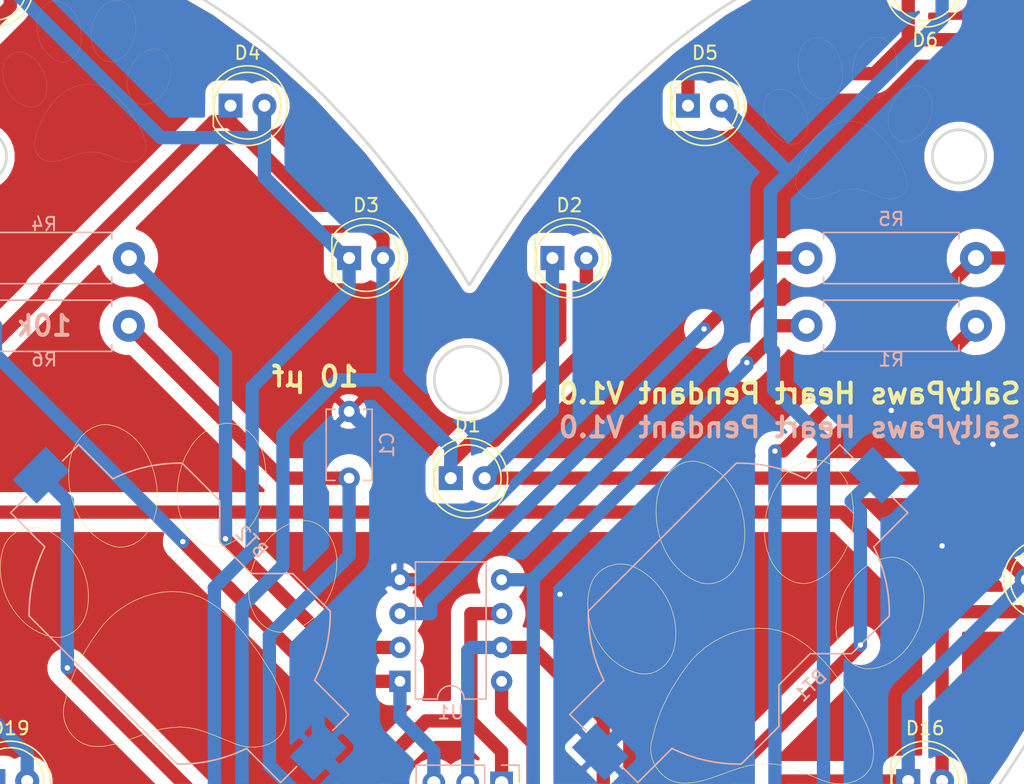
<source format=kicad_pcb>
(kicad_pcb (version 20171130) (host pcbnew 5.1.9+dfsg1-1)
  (title_block (title "2d xmas tree") (date 2018-10-27) (company https://www.designer2k2.at) (comment 1 "Stephan Martin"))
  (layers (0 F.Cu signal hide) (31 B.Cu signal hide) (34 B.Paste user hide) (35 F.Paste user hide) (36 B.SilkS user) (37 F.SilkS user) (38 B.Mask user) (39 F.Mask user) (44 Edge.Cuts user hide))
  (net 0 "")
  (net 1 "Net-(BT1-Pad1)")
  (net 2 "Net-(D1-Pad1)")
  (net 3 "Net-(D1-Pad2)")
  (net 4 "Net-(D10-Pad2)")
  (net 5 "Net-(D11-Pad1)")
  (net 6 "Net-(D13-Pad1)")
  (net 7 "Net-(R4-Pad2)")
  (net 8 "Net-(R5-Pad2)")
  (net 9 GND)
  (net 10 /RESET)
  (net 11 /MOSI)
  (net 12 /SCK)
  (net 13 /VCC)
  (net 14 /MISO)
  (net 15 "Net-(SW1-Pad3)")
  (module Resistor_THT:R_Axial_DIN0411_L9.9mm_D3.6mm_P12.70mm_Horizontal (layer B.Cu) (at 5.08 64.77)
    (fp_text reference R4 (at 6.35 -2.54) (layer B.SilkS) (effects (justify mirror)))
    (fp_text value 75)
    (pad 2 thru_hole oval (at 12.7 0) (size 2.4 2.4) (drill 1.2) (layers *.Cu *.Mask) (net 7 "Net-(R4-Pad2)"))
    (pad 1 thru_hole circle (at 0 0) (size 2.4 2.4) (drill 1.2) (layers *.Cu *.Mask) (net 5 "Net-(D11-Pad1)"))
  )
  (module Resistor_THT:R_Axial_DIN0411_L9.9mm_D3.6mm_P12.70mm_Horizontal (layer B.Cu) (at 17.78 69.85 180)
    (fp_text reference R6 (at 6.35 -2.54 180) (layer B.SilkS) (effects (justify mirror)))
    (fp_text value 10k)
    (pad 2 thru_hole oval (at 12.7 0 180) (size 2.4 2.4) (drill 1.2) (layers *.Cu *.Mask) (net 10 /RESET))
    (pad 1 thru_hole circle (at 0 0 180) (size 2.4 2.4) (drill 1.2) (layers *.Cu *.Mask) (net 13 /VCC))
  )
  (module LED_THT:LED_D5.0mm_Clear (layer F.Cu) (at 25.4 53.34)
    (fp_text reference D4 (at 1.27 -3.96) (layer F.SilkS))
    (fp_text value LED)
    (pad 2 thru_hole circle (at 2.54 0) (size 1.8 1.8) (drill 0.9) (layers *.Cu *.Mask) (net 4 "Net-(D10-Pad2)"))
    (pad 1 thru_hole rect (at 0 0) (size 1.8 1.8) (drill 0.9) (layers *.Cu *.Mask) (net 2 "Net-(D1-Pad1)"))
  )
  (module Package_DIP:DIP-8_W7.62mm (layer B.Cu) (at 38.1 96.52)
    (fp_text reference U1 (at 3.81 2.33) (layer B.SilkS) (effects (justify mirror)))
    (fp_text value ATTINY25-20SU)
    (pad 8 thru_hole oval (at 7.62 0) (size 1.6 1.6) (drill 0.8) (layers *.Cu *.Mask) (net 13 /VCC))
    (pad 4 thru_hole oval (at 0 -7.62) (size 1.6 1.6) (drill 0.8) (layers *.Cu *.Mask) (net 9 GND))
    (pad 7 thru_hole oval (at 7.62 -2.54) (size 1.6 1.6) (drill 0.8) (layers *.Cu *.Mask) (net 12 /SCK))
    (pad 3 thru_hole oval (at 0 -5.08) (size 1.6 1.6) (drill 0.8) (layers *.Cu *.Mask) (net 8 "Net-(R5-Pad2)"))
    (pad 6 thru_hole oval (at 7.62 -5.08) (size 1.6 1.6) (drill 0.8) (layers *.Cu *.Mask) (net 14 /MISO))
    (pad 2 thru_hole oval (at 0 -2.54) (size 1.6 1.6) (drill 0.8) (layers *.Cu *.Mask) (net 7 "Net-(R4-Pad2)"))
    (pad 5 thru_hole oval (at 7.62 -7.62) (size 1.6 1.6) (drill 0.8) (layers *.Cu *.Mask) (net 11 /MOSI))
    (pad 1 thru_hole rect (at 0 0) (size 1.6 1.6) (drill 0.8) (layers *.Cu *.Mask) (net 10 /RESET))
  )
  (module Battery:BatteryHolder_Keystone_1058_1x2032 (layer B.Cu) (at 21.59 91.44 315)
    (fp_text reference BT2 (at 0 -7.62 315) (layer B.SilkS) (effects (justify mirror)))
    (fp_text value Battery_Cell)
    (pad 2 smd rect (at 14.68 0 315) (size 2.54 3.51) (layers B.Cu B.Paste B.Mask) (net 9 GND))
    (pad 1 smd rect (at -14.68 0 315) (size 2.54 3.51) (layers B.Cu B.Paste B.Mask) (net 1 "Net-(BT1-Pad1)"))
  )
  (module Battery:BatteryHolder_Keystone_1058_1x2032 (layer B.Cu) (at 63.5 91.44 225)
    (fp_text reference BT1 (at 0 -7.62 225) (layer B.SilkS) (effects (justify mirror)))
    (fp_text value Battery_Cell)
    (pad 2 smd rect (at 14.68 0 225) (size 2.54 3.51) (layers B.Cu B.Paste B.Mask) (net 9 GND))
    (pad 1 smd rect (at -14.68 0 225) (size 2.54 3.51) (layers B.Cu B.Paste B.Mask) (net 1 "Net-(BT1-Pad1)"))
  )
  (module Button_Switch_THT:SW_E-Switch_EG1224_SPDT_Angled (layer B.Cu) (at 46.99 113.03 180)
    (fp_text reference SW1 (at 4 2.95) (layer B.SilkS) (effects (justify mirror)))
    (fp_text value SW_SPDT)
    (pad 3 thru_hole circle (at 8 0 180) (size 1.7 1.7) (drill 0.9) (layers *.Cu *.Mask) (net 15 "Net-(SW1-Pad3)"))
    (pad 2 thru_hole circle (at 4 0 180) (size 1.7 1.7) (drill 0.9) (layers *.Cu *.Mask) (net 13 /VCC))
    (pad 1 thru_hole circle (at 0 0 180) (size 1.7 1.7) (drill 0.9) (layers *.Cu *.Mask) (net 1 "Net-(BT1-Pad1)"))
    (pad "" thru_hole circle (at -2 -4.25 180) (size 2 2) (drill 1.2) (layers *.Cu *.Mask))
    (pad "" thru_hole circle (at 10 -4.25 180) (size 2 2) (drill 1.2) (layers *.Cu *.Mask))
    (pad "" thru_hole circle (at 10 1.75 180) (size 2 2) (drill 1.2) (layers *.Cu *.Mask))
    (pad "" thru_hole circle (at -2 1.75 180) (size 2 2) (drill 1.2) (layers *.Cu *.Mask))
  )
  (module Resistor_THT:R_Axial_DIN0411_L9.9mm_D3.6mm_P12.70mm_Horizontal (layer B.Cu) (at 81.28 64.77 180)
    (fp_text reference R5 (at 6.35 2.92) (layer B.SilkS) (effects (justify mirror)))
    (fp_text value 75)
    (pad 2 thru_hole oval (at 12.7 0 180) (size 2.4 2.4) (drill 1.2) (layers *.Cu *.Mask) (net 8 "Net-(R5-Pad2)"))
    (pad 1 thru_hole circle (at 0 0 180) (size 2.4 2.4) (drill 1.2) (layers *.Cu *.Mask) (net 6 "Net-(D13-Pad1)"))
  )
  (module Resistor_THT:R_Axial_DIN0411_L9.9mm_D3.6mm_P12.70mm_Horizontal (layer B.Cu) (at 53.34 121.92 90)
    (fp_text reference R3 (at 6.35 2.92 90) (layer B.SilkS) (effects (justify mirror)))
    (fp_text value 75)
    (pad 2 thru_hole oval (at 12.7 0 90) (size 2.4 2.4) (drill 1.2) (layers *.Cu *.Mask) (net 12 /SCK))
    (pad 1 thru_hole circle (at 0 0 90) (size 2.4 2.4) (drill 1.2) (layers *.Cu *.Mask) (net 4 "Net-(D10-Pad2)"))
  )
  (module Resistor_THT:R_Axial_DIN0411_L9.9mm_D3.6mm_P12.70mm_Horizontal (layer B.Cu) (at 33.02 121.92 90)
    (fp_text reference R2 (at 6.35 2.92 90) (layer B.SilkS) (effects (justify mirror)))
    (fp_text value 75)
    (pad 2 thru_hole oval (at 12.7 0 90) (size 2.4 2.4) (drill 1.2) (layers *.Cu *.Mask) (net 14 /MISO))
    (pad 1 thru_hole circle (at 0 0 90) (size 2.4 2.4) (drill 1.2) (layers *.Cu *.Mask) (net 2 "Net-(D1-Pad1)"))
  )
  (module Resistor_THT:R_Axial_DIN0411_L9.9mm_D3.6mm_P12.70mm_Horizontal (layer B.Cu) (at 81.28 69.85 180)
    (fp_text reference R1 (at 6.35 -2.54) (layer B.SilkS) (effects (justify mirror)))
    (fp_text value 75)
    (pad 2 thru_hole oval (at 12.7 0 180) (size 2.4 2.4) (drill 1.2) (layers *.Cu *.Mask) (net 11 /MOSI))
    (pad 1 thru_hole circle (at 0 0 180) (size 2.4 2.4) (drill 1.2) (layers *.Cu *.Mask) (net 3 "Net-(D1-Pad2)"))
  )
  (module LED_THT:LED_D5.0mm_Clear (layer F.Cu) (at 19.05 115.57 180)
    (fp_text reference D20 (at 1.27 -3.96) (layer F.SilkS))
    (fp_text value LED)
    (pad 2 thru_hole circle (at 2.54 0 180) (size 1.8 1.8) (drill 0.9) (layers *.Cu *.Mask) (net 6 "Net-(D13-Pad1)"))
    (pad 1 thru_hole rect (at 0 0 180) (size 1.8 1.8) (drill 0.9) (layers *.Cu *.Mask) (net 3 "Net-(D1-Pad2)"))
  )
  (module LED_THT:LED_D5.0mm_Clear (layer F.Cu) (at 7.62 103.998)
    (fp_text reference D19 (at 1.27 -3.96) (layer F.SilkS))
    (fp_text value LED)
    (pad 2 thru_hole circle (at 2.54 0) (size 1.8 1.8) (drill 0.9) (layers *.Cu *.Mask) (net 3 "Net-(D1-Pad2)"))
    (pad 1 thru_hole rect (at 0 0) (size 1.8 1.8) (drill 0.9) (layers *.Cu *.Mask) (net 6 "Net-(D13-Pad1)"))
  )
  (module LED_THT:LED_D5.0mm_Clear (layer F.Cu) (at 41.91 140.97)
    (fp_text reference D18 (at 1.27 -3.96) (layer F.SilkS))
    (fp_text value LED)
    (pad 2 thru_hole circle (at 2.54 0) (size 1.8 1.8) (drill 0.9) (layers *.Cu *.Mask) (net 6 "Net-(D13-Pad1)"))
    (pad 1 thru_hole rect (at 0 0) (size 1.8 1.8) (drill 0.9) (layers *.Cu *.Mask) (net 2 "Net-(D1-Pad1)"))
  )
  (module LED_THT:LED_D5.0mm_Clear (layer F.Cu) (at 27.94 128.27)
    (fp_text reference D17 (at 1.27 -3.96) (layer F.SilkS))
    (fp_text value LED)
    (pad 2 thru_hole circle (at 2.54 0) (size 1.8 1.8) (drill 0.9) (layers *.Cu *.Mask) (net 2 "Net-(D1-Pad1)"))
    (pad 1 thru_hole rect (at 0 0) (size 1.8 1.8) (drill 0.9) (layers *.Cu *.Mask) (net 6 "Net-(D13-Pad1)"))
  )
  (module LED_THT:LED_D5.0mm_Clear (layer F.Cu) (at 76.2 103.998)
    (fp_text reference D16 (at 1.27 -3.96) (layer F.SilkS))
    (fp_text value LED)
    (pad 2 thru_hole circle (at 2.54 0) (size 1.8 1.8) (drill 0.9) (layers *.Cu *.Mask) (net 5 "Net-(D11-Pad1)"))
    (pad 1 thru_hole rect (at 0 0) (size 1.8 1.8) (drill 0.9) (layers *.Cu *.Mask) (net 3 "Net-(D1-Pad2)"))
  )
  (module LED_THT:LED_D5.0mm_Clear (layer F.Cu) (at 87.63 88.9 180)
    (fp_text reference D15 (at 1.27 -3.96) (layer F.SilkS))
    (fp_text value LED)
    (pad 2 thru_hole circle (at 2.54 0 180) (size 1.8 1.8) (drill 0.9) (layers *.Cu *.Mask) (net 3 "Net-(D1-Pad2)"))
    (pad 1 thru_hole rect (at 0 0 180) (size 1.8 1.8) (drill 0.9) (layers *.Cu *.Mask) (net 5 "Net-(D11-Pad1)"))
  )
  (module LED_THT:LED_D5.0mm_Clear (layer F.Cu) (at 58.42 128.27 180)
    (fp_text reference D14 (at 1.27 -3.96) (layer F.SilkS))
    (fp_text value LED)
    (pad 2 thru_hole circle (at 2.54 0 180) (size 1.8 1.8) (drill 0.9) (layers *.Cu *.Mask) (net 6 "Net-(D13-Pad1)"))
    (pad 1 thru_hole rect (at 0 0 180) (size 1.8 1.8) (drill 0.9) (layers *.Cu *.Mask) (net 4 "Net-(D10-Pad2)"))
  )
  (module LED_THT:LED_D5.0mm_Clear (layer F.Cu) (at 67.31 115.57)
    (fp_text reference D13 (at 1.27 -3.96) (layer F.SilkS))
    (fp_text value LED)
    (pad 2 thru_hole circle (at 2.54 0) (size 1.8 1.8) (drill 0.9) (layers *.Cu *.Mask) (net 4 "Net-(D10-Pad2)"))
    (pad 1 thru_hole rect (at 0 0) (size 1.8 1.8) (drill 0.9) (layers *.Cu *.Mask) (net 6 "Net-(D13-Pad1)"))
  )
  (module LED_THT:LED_D5.0mm_Clear (layer F.Cu) (at 1.27 88.9 180)
    (fp_text reference D12 (at 1.27 -3.96) (layer F.SilkS))
    (fp_text value LED)
    (pad 2 thru_hole circle (at 2.54 0 180) (size 1.8 1.8) (drill 0.9) (layers *.Cu *.Mask) (net 5 "Net-(D11-Pad1)"))
    (pad 1 thru_hole rect (at 0 0 180) (size 1.8 1.8) (drill 0.9) (layers *.Cu *.Mask) (net 2 "Net-(D1-Pad1)"))
  )
  (module LED_THT:LED_D5.0mm_Clear (layer F.Cu) (at -7.62 74.93)
    (fp_text reference D11 (at 1.27 -3.96) (layer F.SilkS))
    (fp_text value LED)
    (pad 2 thru_hole circle (at 2.54 0) (size 1.8 1.8) (drill 0.9) (layers *.Cu *.Mask) (net 2 "Net-(D1-Pad1)"))
    (pad 1 thru_hole rect (at 0 0) (size 1.8 1.8) (drill 0.9) (layers *.Cu *.Mask) (net 5 "Net-(D11-Pad1)"))
  )
  (module LED_THT:LED_D5.0mm_Clear (layer F.Cu) (at 6.35 44.45)
    (fp_text reference D10 (at 1.27 -3.96) (layer F.SilkS))
    (fp_text value LED)
    (pad 2 thru_hole circle (at 2.54 0) (size 1.8 1.8) (drill 0.9) (layers *.Cu *.Mask) (net 4 "Net-(D10-Pad2)"))
    (pad 1 thru_hole rect (at 0 0) (size 1.8 1.8) (drill 0.9) (layers *.Cu *.Mask) (net 3 "Net-(D1-Pad2)"))
  )
  (module LED_THT:LED_D5.0mm_Clear (layer F.Cu) (at -5.08 55.91 90)
    (fp_text reference D9 (at 1.27 -3.96 90) (layer F.SilkS))
    (fp_text value LED)
    (pad 2 thru_hole circle (at 2.54 0 90) (size 1.8 1.8) (drill 0.9) (layers *.Cu *.Mask) (net 3 "Net-(D1-Pad2)"))
    (pad 1 thru_hole rect (at 0 0 90) (size 1.8 1.8) (drill 0.9) (layers *.Cu *.Mask) (net 4 "Net-(D10-Pad2)"))
  )
  (module LED_THT:LED_D5.0mm_Clear (layer F.Cu) (at 91.44 74.93)
    (fp_text reference D8 (at 1.27 -3.96) (layer F.SilkS))
    (fp_text value LED)
    (pad 2 thru_hole circle (at 2.54 0) (size 1.8 1.8) (drill 0.9) (layers *.Cu *.Mask) (net 6 "Net-(D13-Pad1)"))
    (pad 1 thru_hole rect (at 0 0) (size 1.8 1.8) (drill 0.9) (layers *.Cu *.Mask) (net 5 "Net-(D11-Pad1)"))
  )
  (module LED_THT:LED_D5.0mm_Clear (layer F.Cu) (at 90.17 54.61)
    (fp_text reference D7 (at 1.27 -3.96) (layer F.SilkS))
    (fp_text value LED)
    (pad 2 thru_hole circle (at 2.54 0) (size 1.8 1.8) (drill 0.9) (layers *.Cu *.Mask) (net 5 "Net-(D11-Pad1)"))
    (pad 1 thru_hole rect (at 0 0) (size 1.8 1.8) (drill 0.9) (layers *.Cu *.Mask) (net 6 "Net-(D13-Pad1)"))
  )
  (module LED_THT:LED_D5.0mm_Clear (layer F.Cu) (at 78.74 44.45 180)
    (fp_text reference D6 (at 1.27 -3.96) (layer F.SilkS))
    (fp_text value LED)
    (pad 2 thru_hole circle (at 2.54 0 180) (size 1.8 1.8) (drill 0.9) (layers *.Cu *.Mask) (net 5 "Net-(D11-Pad1)"))
    (pad 1 thru_hole rect (at 0 0 180) (size 1.8 1.8) (drill 0.9) (layers *.Cu *.Mask) (net 4 "Net-(D10-Pad2)"))
  )
  (module LED_THT:LED_D5.0mm_Clear (layer F.Cu) (at 59.69 53.34)
    (fp_text reference D5 (at 1.27 -3.96) (layer F.SilkS))
    (fp_text value LED)
    (pad 2 thru_hole circle (at 2.54 0) (size 1.8 1.8) (drill 0.9) (layers *.Cu *.Mask) (net 4 "Net-(D10-Pad2)"))
    (pad 1 thru_hole rect (at 0 0) (size 1.8 1.8) (drill 0.9) (layers *.Cu *.Mask) (net 5 "Net-(D11-Pad1)"))
  )
  (module LED_THT:LED_D5.0mm_Clear (layer F.Cu) (at 34.29 64.77)
    (fp_text reference D3 (at 1.27 -3.96) (layer F.SilkS))
    (fp_text value LED)
    (pad 2 thru_hole circle (at 2.54 0) (size 1.8 1.8) (drill 0.9) (layers *.Cu *.Mask) (net 2 "Net-(D1-Pad1)"))
    (pad 1 thru_hole rect (at 0 0) (size 1.8 1.8) (drill 0.9) (layers *.Cu *.Mask) (net 4 "Net-(D10-Pad2)"))
  )
  (module LED_THT:LED_D5.0mm_Clear (layer F.Cu) (at 49.53 64.77)
    (fp_text reference D2 (at 1.27 -3.96) (layer F.SilkS))
    (fp_text value LED)
    (pad 2 thru_hole circle (at 2.54 0) (size 1.8 1.8) (drill 0.9) (layers *.Cu *.Mask) (net 2 "Net-(D1-Pad1)"))
    (pad 1 thru_hole rect (at 0 0) (size 1.8 1.8) (drill 0.9) (layers *.Cu *.Mask) (net 3 "Net-(D1-Pad2)"))
  )
  (module LED_THT:LED_D5.0mm_Clear (layer F.Cu) (at 41.91 81.28)
    (fp_text reference D1 (at 1.27 -3.96) (layer F.SilkS))
    (fp_text value LED)
    (pad 2 thru_hole circle (at 2.54 0) (size 1.8 1.8) (drill 0.9) (layers *.Cu *.Mask) (net 3 "Net-(D1-Pad2)"))
    (pad 1 thru_hole rect (at 0 0) (size 1.8 1.8) (drill 0.9) (layers *.Cu *.Mask) (net 2 "Net-(D1-Pad1)"))
  )
  (module Capacitor_THT:C_Disc_D5.1mm_W3.2mm_P5.00mm (layer B.Cu) (at 34.29 81.28 90)
    (fp_text reference C1 (at 2.5 2.85 -90) (layer B.SilkS) (effects (justify mirror)))
    (fp_text value C)
    (pad 2 thru_hole circle (at 5 0 90) (size 1.6 1.6) (drill 0.8) (layers *.Cu *.Mask) (net 9 GND))
    (pad 1 thru_hole circle (at 0 0 90) (size 1.6 1.6) (drill 0.8) (layers *.Cu *.Mask) (net 13 /VCC))
  )
  (module Socket_Strips:Socket_Strip_Straight_2x03_Pitch2.54mm (layer B.Cu) (at 45.72 104.14 90)
    (fp_text reference J1 (at -1.27 2.33 90) (layer B.SilkS) (effects (justify mirror)))
    (fp_text value ISP)
    (pad 1 thru_hole rect (at 0 0 90) (size 1.7 1.7) (drill 1) (layers *.Cu *.Mask) (net 14 /MISO))
    (pad 2 thru_hole oval (at -2.54 0 90) (size 1.7 1.7) (drill 1) (layers *.Cu *.Mask) (net 13 /VCC))
    (pad 3 thru_hole oval (at 0 -2.54 90) (size 1.7 1.7) (drill 1) (layers *.Cu *.Mask) (net 12 /SCK))
    (pad 4 thru_hole oval (at -2.54 -2.54 90) (size 1.7 1.7) (drill 1) (layers *.Cu *.Mask) (net 11 /MOSI))
    (pad 5 thru_hole oval (at 0 -5.08 90) (size 1.7 1.7) (drill 1) (layers *.Cu *.Mask) (net 10 /RESET))
    (pad 6 thru_hole oval (at -2.54 -5.08 90) (size 1.7 1.7) (drill 1) (layers *.Cu *.Mask) (net 9 GND))
  )
  (gr_circle (center 43.18 73.89) (end 45.68 73.89) (layer Edge.Cuts) (width 0.2))
  (gr_text "10 μf" (at 31.75 73.66) (layer F.SilkS) (effects (font (size 1.5 1.5) (thickness 0.3)) (justify mirror)))
  (gr_text 10k (at 11.43 69.85) (layer B.SilkS) (effects (font (size 1.5 1.5) (thickness 0.3)) (justify mirror)))
  (gr_line (start 68.035821 57.854737) (end 67.909989 58.245339) (layer B.SilkS) (width 0.01))
  (gr_line (start 69.261073 55.726264) (end 69.013483 56.052135) (layer B.SilkS) (width 0.01))
  (gr_line (start 71.092934 59.743445) (end 71.448895 59.653819) (layer B.SilkS) (width 0.01))
  (gr_line (start 69.511978 55.463924) (end 69.261073 55.726264) (layer B.SilkS) (width 0.01))
  (gr_line (start 71.837763 54.502364) (end 71.474959 54.525569) (layer B.SilkS) (width 0.01))
  (gr_line (start 71.474959 54.525569) (end 71.115085 54.591692) (layer B.SilkS) (width 0.01))
  (gr_line (start 73.591409 48.242406) (end 73.406309 48.308994) (layer B.SilkS) (width 0.01))
  (gr_line (start 71.115085 54.591692) (end 70.762493 54.697814) (layer B.SilkS) (width 0.01))
  (gr_line (start 70.762493 54.697814) (end 70.421534 54.841017) (layer B.SilkS) (width 0.01))
  (gr_line (start 70.421534 54.841017) (end 70.09656 55.018381) (layer B.SilkS) (width 0.01))
  (gr_line (start 72.876383 54.709408) (end 72.538324 54.592077) (layer B.SilkS) (width 0.01))
  (gr_line (start 70.09656 55.018381) (end 69.791924 55.22699) (layer B.SilkS) (width 0.01))
  (gr_line (start 69.791924 55.22699) (end 69.511978 55.463924) (layer B.SilkS) (width 0.01))
  (gr_line (start 66.637349 52.095953) (end 66.637353 52.095955) (layer B.SilkS) (width 0.01))
  (gr_line (start 74.795925 53.740154) (end 74.751235 53.943508) (layer B.SilkS) (width 0.01))
  (gr_line (start 72.428883 59.606465) (end 72.726521 59.664265) (layer B.SilkS) (width 0.01))
  (gr_line (start 68.675954 60.272706) (end 68.82189 60.30312) (layer B.SilkS) (width 0.01))
  (gr_line (start 70.396289 59.990403) (end 70.743137 59.860889) (layer B.SilkS) (width 0.01))
  (gr_line (start 67.761167 52.624681) (end 67.58634 52.481037) (layer B.SilkS) (width 0.01))
  (gr_line (start 74.67589 60.333957) (end 74.944528 60.340276) (layer B.SilkS) (width 0.01))
  (gr_line (start 75.680842 60.092222) (end 75.781025 60.008771) (layer B.SilkS) (width 0.01))
  (gr_line (start 67.58634 52.481037) (end 67.399633 52.353843) (layer B.SilkS) (width 0.01))
  (gr_line (start 67.399633 52.353843) (end 67.201793 52.24459) (layer B.SilkS) (width 0.01))
  (gr_line (start 67.201793 52.24459) (end 67.066283 52.179805) (layer B.SilkS) (width 0.01))
  (gr_line (start 76.015892 58.609204) (end 75.927303 58.345653) (layer B.SilkS) (width 0.01))
  (gr_line (start 75.582839 57.597395) (end 75.087865 56.833103) (layer B.SilkS) (width 0.01))
  (gr_line (start 67.066283 52.179805) (end 66.925792 52.133744) (layer B.SilkS) (width 0.01))
  (gr_line (start 75.820105 58.087821) (end 75.582839 57.597395) (layer B.SilkS) (width 0.01))
  (gr_line (start 75.456442 60.221823) (end 75.680842 60.092222) (layer B.SilkS) (width 0.01))
  (gr_line (start 73.593467 59.970825) (end 74.160443 60.202306) (layer B.SilkS) (width 0.01))
  (gr_line (start 66.925792 52.133744) (end 66.78219 52.105947) (layer B.SilkS) (width 0.01))
  (gr_line (start 71.814233 59.607758) (end 72.125142 59.584834) (layer B.SilkS) (width 0.01))
  (gr_line (start 66.78219 52.105947) (end 66.637349 52.095953) (layer B.SilkS) (width 0.01))
  (gr_line (start 67.923369 52.783283) (end 67.761167 52.624681) (layer B.SilkS) (width 0.01))
  (gr_line (start 73.070465 48.498096) (end 72.919783 48.61742) (layer B.SilkS) (width 0.01))
  (gr_line (start 68.537258 60.22448) (end 68.675954 60.272706) (layer B.SilkS) (width 0.01))
  (gr_line (start 68.406726 60.159909) (end 68.537258 60.22448) (layer B.SilkS) (width 0.01))
  (gr_line (start 74.751235 53.943508) (end 74.722063 54.146772) (layer B.SilkS) (width 0.01))
  (gr_line (start 69.698593 60.222663) (end 70.049179 60.116244) (layer B.SilkS) (width 0.01))
  (gr_line (start 74.722063 54.146772) (end 74.690983 54.448986) (layer B.SilkS) (width 0.01))
  (gr_line (start 74.690983 54.448986) (end 74.71214 54.761293) (layer B.SilkS) (width 0.01))
  (gr_line (start 74.71214 54.761293) (end 74.784416 55.06912) (layer B.SilkS) (width 0.01))
  (gr_line (start 74.784416 55.06912) (end 74.906696 55.357897) (layer B.SilkS) (width 0.01))
  (gr_line (start 75.018455 53.146612) (end 74.93 53.34) (layer B.SilkS) (width 0.01))
  (gr_line (start 75.207857 60.303703) (end 75.456442 60.221823) (layer B.SilkS) (width 0.01))
  (gr_line (start 75.99408 52.076993) (end 75.819768 52.187414) (layer B.SilkS) (width 0.01))
  (gr_line (start 75.819768 52.187414) (end 75.656327 52.314806) (layer B.SilkS) (width 0.01))
  (gr_line (start 75.656327 52.314806) (end 75.504222 52.457463) (layer B.SilkS) (width 0.01))
  (gr_line (start 71.83776 54.502359) (end 71.837763 54.502364) (layer B.SilkS) (width 0.01))
  (gr_line (start 75.504222 52.457463) (end 75.363918 52.613678) (layer B.SilkS) (width 0.01))
  (gr_line (start 75.363918 52.613678) (end 75.235879 52.781745) (layer B.SilkS) (width 0.01))
  (gr_line (start 75.235879 52.781745) (end 75.12057 52.959958) (layer B.SilkS) (width 0.01))
  (gr_line (start 75.12057 52.959958) (end 75.018455 53.146612) (layer B.SilkS) (width 0.01))
  (gr_line (start 76.1788 51.985248) (end 75.99408 52.076993) (layer B.SilkS) (width 0.01))
  (gr_line (start 69.793082 48.34428) (end 69.592209 48.277491) (layer B.SilkS) (width 0.01))
  (gr_line (start 69.592209 48.277491) (end 69.442529 48.248683) (layer B.SilkS) (width 0.01))
  (gr_line (start 69.442529 48.248683) (end 69.296817 48.241743) (layer B.SilkS) (width 0.01))
  (gr_line (start 69.296817 48.241743) (end 69.296823 48.241743) (layer B.SilkS) (width 0.01))
  (gr_line (start 76.790753 51.839133) (end 76.5776 51.864612) (layer B.SilkS) (width 0.01))
  (gr_line (start 76.5776 51.864612) (end 76.373461 51.913885) (layer B.SilkS) (width 0.01))
  (gr_line (start 76.373461 51.913885) (end 76.1788 51.985248) (layer B.SilkS) (width 0.01))
  (gr_line (start 68.642703 54.187073) (end 68.589737 53.965516) (layer B.SilkS) (width 0.01))
  (gr_line (start 67.984707 59.767536) (end 68.073349 59.882808) (layer B.SilkS) (width 0.01))
  (gr_line (start 68.974143 60.314254) (end 69.159169 60.311433) (layer B.SilkS) (width 0.01))
  (gr_line (start 69.981041 48.431302) (end 69.793082 48.34428) (layer B.SilkS) (width 0.01))
  (gr_line (start 71.024399 49.662755) (end 70.839736 49.288201) (layer B.SilkS) (width 0.01))
  (gr_line (start 70.839736 49.288201) (end 70.728457 49.113575) (layer B.SilkS) (width 0.01))
  (gr_line (start 70.728457 49.113575) (end 70.604495 48.949527) (layer B.SilkS) (width 0.01))
  (gr_line (start 70.604495 48.949527) (end 70.467811 48.797667) (layer B.SilkS) (width 0.01))
  (gr_line (start 70.467811 48.797667) (end 70.318366 48.659604) (layer B.SilkS) (width 0.01))
  (gr_line (start 70.318366 48.659604) (end 70.156122 48.536946) (layer B.SilkS) (width 0.01))
  (gr_line (start 70.156122 48.536946) (end 69.981041 48.431302) (layer B.SilkS) (width 0.01))
  (gr_line (start 71.158794 50.060318) (end 71.024399 49.662755) (layer B.SilkS) (width 0.01))
  (gr_line (start 70.837348 52.357488) (end 71.010274 52.097863) (layer B.SilkS) (width 0.01))
  (gr_line (start 71.010274 52.097863) (end 71.139644 51.807367) (layer B.SilkS) (width 0.01))
  (gr_line (start 71.139644 51.807367) (end 71.226619 51.498233) (layer B.SilkS) (width 0.01))
  (gr_line (start 71.226619 51.498233) (end 71.272358 51.182696) (layer B.SilkS) (width 0.01))
  (gr_line (start 71.272358 51.182696) (end 71.278019 50.872991) (layer B.SilkS) (width 0.01))
  (gr_line (start 71.278019 50.872991) (end 71.243231 50.46802) (layer B.SilkS) (width 0.01))
  (gr_line (start 69.013483 56.052135) (end 68.779886 56.390426) (layer B.SilkS) (width 0.01))
  (gr_line (start 70.743137 59.860889) (end 71.092934 59.743445) (layer B.SilkS) (width 0.01))
  (gr_line (start 73.406309 48.308994) (end 73.232651 48.394755) (layer B.SilkS) (width 0.01))
  (gr_line (start 68.589737 53.965516) (end 68.518931 53.748479) (layer B.SilkS) (width 0.01))
  (gr_line (start 68.518931 53.748479) (end 68.431029 53.537453) (layer B.SilkS) (width 0.01))
  (gr_line (start 72.919783 48.61742) (end 72.780638 48.751132) (layer B.SilkS) (width 0.01))
  (gr_line (start 68.431029 53.537453) (end 68.326777 53.333929) (layer B.SilkS) (width 0.01))
  (gr_line (start 68.326777 53.333929) (end 68.206919 53.139398) (layer B.SilkS) (width 0.01))
  (gr_line (start 68.206919 53.139398) (end 68.072202 52.955353) (layer B.SilkS) (width 0.01))
  (gr_line (start 71.243231 50.46802) (end 71.158794 50.060318) (layer B.SilkS) (width 0.01))
  (gr_line (start 70.73419 52.471901) (end 70.837348 52.357488) (layer B.SilkS) (width 0.01))
  (gr_line (start 69.669353 52.818442) (end 69.857029 52.840933) (layer B.SilkS) (width 0.01))
  (gr_line (start 69.857029 52.840933) (end 70.045649 52.82879) (layer B.SilkS) (width 0.01))
  (gr_line (start 70.045649 52.82879) (end 70.206873 52.791199) (layer B.SilkS) (width 0.01))
  (gr_line (start 70.206873 52.791199) (end 70.356195 52.735186) (layer B.SilkS) (width 0.01))
  (gr_line (start 70.356195 52.735186) (end 70.493758 52.662278) (layer B.SilkS) (width 0.01))
  (gr_line (start 70.493758 52.662278) (end 70.619708 52.574008) (layer B.SilkS) (width 0.01))
  (gr_line (start 70.619708 52.574008) (end 70.73419 52.471901) (layer B.SilkS) (width 0.01))
  (gr_line (start 69.430666 52.729959) (end 69.669353 52.818442) (layer B.SilkS) (width 0.01))
  (gr_line (start 68.254686 51.522798) (end 68.369084 51.743046) (layer B.SilkS) (width 0.01))
  (gr_line (start 68.369084 51.743046) (end 68.501487 51.950976) (layer B.SilkS) (width 0.01))
  (gr_line (start 68.501487 51.950976) (end 68.651812 52.14442) (layer B.SilkS) (width 0.01))
  (gr_line (start 68.651812 52.14442) (end 68.819976 52.321209) (layer B.SilkS) (width 0.01))
  (gr_line (start 68.819976 52.321209) (end 69.005895 52.479174) (layer B.SilkS) (width 0.01))
  (gr_line (start 69.005895 52.479174) (end 69.209486 52.616147) (layer B.SilkS) (width 0.01))
  (gr_line (start 69.209486 52.616147) (end 69.430666 52.729959) (layer B.SilkS) (width 0.01))
  (gr_line (start 68.158376 51.2924) (end 68.254686 51.522798) (layer B.SilkS) (width 0.01))
  (gr_line (start 67.997663 49.577593) (end 67.965026 49.818317) (layer B.SilkS) (width 0.01))
  (gr_line (start 67.965026 49.818317) (end 67.95106 50.064071) (layer B.SilkS) (width 0.01))
  (gr_line (start 68.072202 52.955353) (end 67.923369 52.783283) (layer B.SilkS) (width 0.01))
  (gr_line (start 68.677083 54.411658) (end 68.642703 54.187073) (layer B.SilkS) (width 0.01))
  (gr_line (start 67.95106 50.064071) (end 67.955681 50.312687) (layer B.SilkS) (width 0.01))
  (gr_line (start 67.955681 50.312687) (end 67.978806 50.561997) (layer B.SilkS) (width 0.01))
  (gr_line (start 67.978806 50.561997) (end 68.020353 50.809831) (layer B.SilkS) (width 0.01))
  (gr_line (start 68.020353 50.809831) (end 68.080237 51.054022) (layer B.SilkS) (width 0.01))
  (gr_line (start 68.080237 51.054022) (end 68.158376 51.2924) (layer B.SilkS) (width 0.01))
  (gr_line (start 67.846691 59.511444) (end 67.908847 59.643259) (layer B.SilkS) (width 0.01))
  (gr_line (start 68.306465 55.863552) (end 68.438099 55.696938) (layer B.SilkS) (width 0.01))
  (gr_line (start 68.438099 55.696938) (end 68.541739 55.510759) (layer B.SilkS) (width 0.01))
  (gr_line (start 68.056488 49.337319) (end 67.997663 49.577593) (layer B.SilkS) (width 0.01))
  (gr_line (start 72.726521 59.664265) (end 73.019121 59.749849) (layer B.SilkS) (width 0.01))
  (gr_line (start 69.172895 48.252434) (end 69.052834 48.277647) (layer B.SilkS) (width 0.01))
  (gr_line (start 69.052834 48.277647) (end 68.825879 48.367512) (layer B.SilkS) (width 0.01))
  (gr_line (start 68.825879 48.367512) (end 68.619096 48.503082) (layer B.SilkS) (width 0.01))
  (gr_line (start 68.619096 48.503082) (end 68.435627 48.676103) (layer B.SilkS) (width 0.01))
  (gr_line (start 68.435627 48.676103) (end 68.27861 48.87832) (layer B.SilkS) (width 0.01))
  (gr_line (start 68.541739 55.510759) (end 68.613843 55.310459) (layer B.SilkS) (width 0.01))
  (gr_line (start 68.613843 55.310459) (end 68.661257 55.088672) (layer B.SilkS) (width 0.01))
  (gr_line (start 68.27861 48.87832) (end 68.151183 49.101477) (layer B.SilkS) (width 0.01))
  (gr_line (start 68.151183 49.101477) (end 68.056488 49.337319) (layer B.SilkS) (width 0.01))
  (gr_line (start 69.296823 48.241743) (end 69.172895 48.252434) (layer B.SilkS) (width 0.01))
  (gr_line (start 74.676427 48.488204) (end 74.560062 48.401852) (layer B.SilkS) (width 0.01))
  (gr_line (start 74.560062 48.401852) (end 74.43586 48.328574) (layer B.SilkS) (width 0.01))
  (gr_line (start 68.661257 55.088672) (end 68.687105 54.863949) (layer B.SilkS) (width 0.01))
  (gr_line (start 68.687105 54.863949) (end 68.692132 54.637781) (layer B.SilkS) (width 0.01))
  (gr_line (start 68.692132 54.637781) (end 68.677083 54.411658) (layer B.SilkS) (width 0.01))
  (gr_line (start 72.190765 54.52396) (end 71.83776 54.502359) (layer B.SilkS) (width 0.01))
  (gr_line (start 74.43586 48.328574) (end 74.304229 48.269701) (layer B.SilkS) (width 0.01))
  (gr_line (start 74.304229 48.269701) (end 74.165576 48.226563) (layer B.SilkS) (width 0.01))
  (gr_line (start 74.165576 48.226563) (end 74.020308 48.200492) (layer B.SilkS) (width 0.01))
  (gr_line (start 75.951454 59.803059) (end 76.019343 59.680195) (layer B.SilkS) (width 0.01))
  (gr_line (start 68.073349 59.882808) (end 68.173848 59.987605) (layer B.SilkS) (width 0.01))
  (gr_line (start 68.150377 56.005157) (end 68.306465 55.863552) (layer B.SilkS) (width 0.01))
  (gr_line (start 66.616428 55.916185) (end 66.846861 56.04389) (layer B.SilkS) (width 0.01))
  (gr_line (start 66.846861 56.04389) (end 67.092515 56.143572) (layer B.SilkS) (width 0.01))
  (gr_line (start 67.092515 56.143572) (end 67.352313 56.212628) (layer B.SilkS) (width 0.01))
  (gr_line (start 67.352313 56.212628) (end 67.570803 56.22549) (layer B.SilkS) (width 0.01))
  (gr_line (start 74.020308 48.200492) (end 73.868834 48.192819) (layer B.SilkS) (width 0.01))
  (gr_line (start 67.908847 59.643259) (end 67.984707 59.767536) (layer B.SilkS) (width 0.01))
  (gr_line (start 73.868834 48.192819) (end 73.868823 48.192824) (layer B.SilkS) (width 0.01))
  (gr_line (start 74.884018 48.694805) (end 74.676427 48.488204) (layer B.SilkS) (width 0.01))
  (gr_line (start 75.342527 50.461215) (end 75.351461 50.230816) (layer B.SilkS) (width 0.01))
  (gr_line (start 75.351461 50.230816) (end 75.343793 50.002447) (layer B.SilkS) (width 0.01))
  (gr_line (start 75.343793 50.002447) (end 75.319454 49.777969) (layer B.SilkS) (width 0.01))
  (gr_line (start 67.570803 56.22549) (end 67.779004 56.19157) (layer B.SilkS) (width 0.01))
  (gr_line (start 75.319454 49.777969) (end 75.276352 49.489958) (layer B.SilkS) (width 0.01))
  (gr_line (start 75.276352 49.489958) (end 75.18724 49.206329) (layer B.SilkS) (width 0.01))
  (gr_line (start 75.18724 49.206329) (end 75.055376 48.937729) (layer B.SilkS) (width 0.01))
  (gr_line (start 75.055376 48.937729) (end 74.884018 48.694805) (layer B.SilkS) (width 0.01))
  (gr_line (start 75.317061 50.691784) (end 75.342527 50.461215) (layer B.SilkS) (width 0.01))
  (gr_line (start 74.681795 52.15431) (end 74.821023 51.974624) (layer B.SilkS) (width 0.01))
  (gr_line (start 74.821023 51.974624) (end 74.944208 51.78209) (layer B.SilkS) (width 0.01))
  (gr_line (start 74.944208 51.78209) (end 75.051283 51.578567) (layer B.SilkS) (width 0.01))
  (gr_line (start 75.051283 51.578567) (end 75.142175 51.365915) (layer B.SilkS) (width 0.01))
  (gr_line (start 75.142175 51.365915) (end 75.216815 51.145994) (layer B.SilkS) (width 0.01))
  (gr_line (start 67.779004 56.19157) (end 67.973376 56.116311) (layer B.SilkS) (width 0.01))
  (gr_line (start 67.973376 56.116311) (end 68.150377 56.005157) (layer B.SilkS) (width 0.01))
  (gr_line (start 75.216815 51.145994) (end 75.275134 50.920664) (layer B.SilkS) (width 0.01))
  (gr_line (start 75.275134 50.920664) (end 75.317061 50.691784) (layer B.SilkS) (width 0.01))
  (gr_line (start 74.526595 52.319288) (end 74.681795 52.15431) (layer B.SilkS) (width 0.01))
  (gr_line (start 73.128243 52.769052) (end 73.309089 52.818436) (layer B.SilkS) (width 0.01))
  (gr_line (start 73.309089 52.818436) (end 73.529507 52.831506) (layer B.SilkS) (width 0.01))
  (gr_line (start 74.824594 56.457889) (end 74.545818 56.09488) (layer B.SilkS) (width 0.01))
  (gr_line (start 73.529507 52.831506) (end 73.747474 52.794918) (layer B.SilkS) (width 0.01))
  (gr_line (start 73.747474 52.794918) (end 73.965862 52.707372) (layer B.SilkS) (width 0.01))
  (gr_line (start 73.965862 52.707372) (end 74.168559 52.597679) (layer B.SilkS) (width 0.01))
  (gr_line (start 66.402297 55.763055) (end 66.616428 55.916185) (layer B.SilkS) (width 0.01))
  (gr_line (start 65.450497 54.197714) (end 65.520292 54.455999) (layer B.SilkS) (width 0.01))
  (gr_line (start 74.545818 56.09488) (end 74.247798 55.749764) (layer B.SilkS) (width 0.01))
  (gr_line (start 65.520292 54.455999) (end 65.613945 54.707063) (layer B.SilkS) (width 0.01))
  (gr_line (start 68.188247 57.473293) (end 68.035821 57.854737) (layer B.SilkS) (width 0.01))
  (gr_line (start 73.926795 55.428229) (end 73.579072 55.135963) (layer B.SilkS) (width 0.01))
  (gr_line (start 73.579072 55.135963) (end 73.20089 54.878655) (layer B.SilkS) (width 0.01))
  (gr_line (start 65.613945 54.707063) (end 65.730377 54.948305) (layer B.SilkS) (width 0.01))
  (gr_line (start 65.730377 54.948305) (end 65.868507 55.177127) (layer B.SilkS) (width 0.01))
  (gr_line (start 65.868507 55.177127) (end 66.027257 55.390925) (layer B.SilkS) (width 0.01))
  (gr_line (start 74.168559 52.597679) (end 74.355493 52.467698) (layer B.SilkS) (width 0.01))
  (gr_line (start 74.355493 52.467698) (end 74.526595 52.319288) (layer B.SilkS) (width 0.01))
  (gr_line (start 72.961348 52.698772) (end 73.128243 52.769052) (layer B.SilkS) (width 0.01))
  (gr_line (start 72.115785 51.600256) (end 72.247056 51.939067) (layer B.SilkS) (width 0.01))
  (gr_line (start 72.247056 51.939067) (end 72.332458 52.096926) (layer B.SilkS) (width 0.01))
  (gr_line (start 72.332458 52.096926) (end 72.431177 52.244689) (layer B.SilkS) (width 0.01))
  (gr_line (start 72.431177 52.244689) (end 72.54332 52.380555) (layer B.SilkS) (width 0.01))
  (gr_line (start 72.54332 52.380555) (end 72.668993 52.502724) (layer B.SilkS) (width 0.01))
  (gr_line (start 72.668993 52.502724) (end 72.8083 52.609397) (layer B.SilkS) (width 0.01))
  (gr_line (start 66.027257 55.390925) (end 66.205547 55.587102) (layer B.SilkS) (width 0.01))
  (gr_line (start 66.205547 55.587102) (end 66.402297 55.763055) (layer B.SilkS) (width 0.01))
  (gr_line (start 65.40564 53.93481) (end 65.450497 54.197714) (layer B.SilkS) (width 0.01))
  (gr_line (start 65.798681 52.416492) (end 65.673965 52.552844) (layer B.SilkS) (width 0.01))
  (gr_line (start 65.673965 52.552844) (end 65.572228 52.710712) (layer B.SilkS) (width 0.01))
  (gr_line (start 72.8083 52.609397) (end 72.961348 52.698772) (layer B.SilkS) (width 0.01))
  (gr_line (start 72.036519 51.242655) (end 72.115785 51.600256) (layer B.SilkS) (width 0.01))
  (gr_line (start 72.65306 48.897637) (end 72.537081 49.055341) (layer B.SilkS) (width 0.01))
  (gr_line (start 72.537081 49.055341) (end 72.340048 49.397961) (layer B.SilkS) (width 0.01))
  (gr_line (start 72.340048 49.397961) (end 72.189792 49.766232) (layer B.SilkS) (width 0.01))
  (gr_line (start 65.572228 52.710712) (end 65.497173 52.888998) (layer B.SilkS) (width 0.01))
  (gr_line (start 65.497173 52.888998) (end 65.431486 53.144379) (layer B.SilkS) (width 0.01))
  (gr_line (start 65.431486 53.144379) (end 65.395054 53.405541) (layer B.SilkS) (width 0.01))
  (gr_line (start 65.395054 53.405541) (end 65.386799 53.669885) (layer B.SilkS) (width 0.01))
  (gr_line (start 76.087596 59.41397) (end 76.104279 59.145383) (layer B.SilkS) (width 0.01))
  (gr_line (start 73.232651 48.394755) (end 73.070465 48.498096) (layer B.SilkS) (width 0.01))
  (gr_line (start 68.5628 56.740485) (end 68.364747 57.101658) (layer B.SilkS) (width 0.01))
  (gr_line (start 72.189792 49.766232) (end 72.086564 50.147391) (layer B.SilkS) (width 0.01))
  (gr_line (start 72.086564 50.147391) (end 72.030619 50.528677) (layer B.SilkS) (width 0.01))
  (gr_line (start 72.030619 50.528677) (end 72.008412 50.880662) (layer B.SilkS) (width 0.01))
  (gr_line (start 72.008412 50.880662) (end 72.036519 51.242655) (layer B.SilkS) (width 0.01))
  (gr_line (start 72.780638 48.751132) (end 72.65306 48.897637) (layer B.SilkS) (width 0.01))
  (gr_line (start 65.386799 53.669885) (end 65.40564 53.93481) (layer B.SilkS) (width 0.01))
  (gr_line (start 65.942673 52.302756) (end 65.798681 52.416492) (layer B.SilkS) (width 0.01))
  (gr_line (start 77.086412 51.893685) (end 76.943295 51.856927) (layer B.SilkS) (width 0.01))
  (gr_line (start 76.943295 51.856927) (end 76.790753 51.839133) (layer B.SilkS) (width 0.01))
  (gr_line (start 76.790753 51.839133) (end 76.790753 51.839133) (layer B.SilkS) (width 0.01))
  (gr_line (start 71.448895 59.653819) (end 71.814233 59.607758) (layer B.SilkS) (width 0.01))
  (gr_line (start 66.637353 52.095955) (end 66.453281 52.108235) (layer B.SilkS) (width 0.01))
  (gr_line (start 68.364747 57.101658) (end 68.188247 57.473293) (layer B.SilkS) (width 0.01))
  (gr_line (start 66.453281 52.108235) (end 66.273676 52.147528) (layer B.SilkS) (width 0.01))
  (gr_line (start 66.273676 52.147528) (end 66.102239 52.212735) (layer B.SilkS) (width 0.01))
  (gr_line (start 66.102239 52.212735) (end 65.942673 52.302756) (layer B.SilkS) (width 0.01))
  (gr_line (start 77.219915 51.94789) (end 77.086412 51.893685) (layer B.SilkS) (width 0.01))
  (gr_line (start 78.00007 53.262002) (end 77.957742 52.97067) (layer B.SilkS) (width 0.01))
  (gr_line (start 77.957742 52.97067) (end 77.869426 52.688476) (layer B.SilkS) (width 0.01))
  (gr_line (start 77.869426 52.688476) (end 77.736629 52.427552) (layer B.SilkS) (width 0.01))
  (gr_line (start 77.736629 52.427552) (end 77.560856 52.200025) (layer B.SilkS) (width 0.01))
  (gr_line (start 77.560856 52.200025) (end 77.457325 52.102576) (layer B.SilkS) (width 0.01))
  (gr_line (start 73.019121 59.749849) (end 73.593467 59.970825) (layer B.SilkS) (width 0.01))
  (gr_line (start 68.82189 60.30312) (end 68.974143 60.314254) (layer B.SilkS) (width 0.01))
  (gr_line (start 77.457325 52.102576) (end 77.343615 52.018026) (layer B.SilkS) (width 0.01))
  (gr_line (start 77.343615 52.018026) (end 77.219915 51.94789) (layer B.SilkS) (width 0.01))
  (gr_line (start 77.994903 53.550342) (end 78.00007 53.262002) (layer B.SilkS) (width 0.01))
  (gr_line (start 67.813273 58.644444) (end 67.773807 58.790666) (layer B.SilkS) (width 0.01))
  (gr_line (start 67.773807 58.790666) (end 67.753586 58.938156) (layer B.SilkS) (width 0.01))
  (gr_line (start 67.753586 58.938156) (end 67.751688 59.085447) (layer B.SilkS) (width 0.01))
  (gr_line (start 67.751688 59.085447) (end 67.767188 59.23107) (layer B.SilkS) (width 0.01))
  (gr_line (start 67.767188 59.23107) (end 67.799164 59.373559) (layer B.SilkS) (width 0.01))
  (gr_line (start 68.173848 59.987605) (end 68.285282 60.080462) (layer B.SilkS) (width 0.01))
  (gr_line (start 70.049179 60.116244) (end 70.396289 59.990403) (layer B.SilkS) (width 0.01))
  (gr_line (start 75.087865 56.833103) (end 74.824594 56.457889) (layer B.SilkS) (width 0.01))
  (gr_line (start 72.125142 59.584834) (end 72.428883 59.606465) (layer B.SilkS) (width 0.01))
  (gr_line (start 74.411382 60.287162) (end 74.67589 60.333957) (layer B.SilkS) (width 0.01))
  (gr_line (start 77.518035 55.027943) (end 77.635239 54.832321) (layer B.SilkS) (width 0.01))
  (gr_line (start 77.635239 54.832321) (end 77.7371 54.627894) (layer B.SilkS) (width 0.01))
  (gr_line (start 69.159169 60.311433) (end 69.341319 60.293915) (layer B.SilkS) (width 0.01))
  (gr_line (start 75.927303 58.345653) (end 75.820105 58.087821) (layer B.SilkS) (width 0.01))
  (gr_line (start 77.7371 54.627894) (end 77.823008 54.416854) (layer B.SilkS) (width 0.01))
  (gr_line (start 76.077631 58.876454) (end 76.015892 58.609204) (layer B.SilkS) (width 0.01))
  (gr_line (start 77.823008 54.416854) (end 77.892353 54.201388) (layer B.SilkS) (width 0.01))
  (gr_line (start 77.892353 54.201388) (end 77.944524 53.983688) (layer B.SilkS) (width 0.01))
  (gr_line (start 68.779886 56.390426) (end 68.5628 56.740485) (layer B.SilkS) (width 0.01))
  (gr_line (start 77.944524 53.983688) (end 77.978911 53.765943) (layer B.SilkS) (width 0.01))
  (gr_line (start 69.341319 60.293915) (end 69.698593 60.222663) (layer B.SilkS) (width 0.01))
  (gr_line (start 74.160443 60.202306) (end 74.411382 60.287162) (layer B.SilkS) (width 0.01))
  (gr_line (start 75.871622 59.912484) (end 75.951454 59.803059) (layer B.SilkS) (width 0.01))
  (gr_line (start 77.978911 53.765943) (end 77.994903 53.550342) (layer B.SilkS) (width 0.01))
  (gr_line (start 77.3861 55.212572) (end 77.518035 55.027943) (layer B.SilkS) (width 0.01))
  (gr_line (start 76.101344 56.01322) (end 76.319308 55.966858) (layer B.SilkS) (width 0.01))
  (gr_line (start 76.019343 59.680195) (end 76.087596 59.41397) (layer B.SilkS) (width 0.01))
  (gr_line (start 76.104279 59.145383) (end 76.077631 58.876454) (layer B.SilkS) (width 0.01))
  (gr_line (start 76.319308 55.966858) (end 76.526813 55.894174) (layer B.SilkS) (width 0.01))
  (gr_line (start 76.526813 55.894174) (end 76.72325 55.797358) (layer B.SilkS) (width 0.01))
  (gr_line (start 67.799164 59.373559) (end 67.846691 59.511444) (layer B.SilkS) (width 0.01))
  (gr_line (start 76.72325 55.797358) (end 76.908008 55.6786) (layer B.SilkS) (width 0.01))
  (gr_line (start 76.908008 55.6786) (end 77.080476 55.54009) (layer B.SilkS) (width 0.01))
  (gr_line (start 77.080476 55.54009) (end 77.240043 55.384018) (layer B.SilkS) (width 0.01))
  (gr_line (start 77.240043 55.384018) (end 77.3861 55.212572) (layer B.SilkS) (width 0.01))
  (gr_line (start 75.873533 56.031072) (end 76.101344 56.01322) (layer B.SilkS) (width 0.01))
  (gr_line (start 74.986239 55.490588) (end 75.077864 55.613052) (layer B.SilkS) (width 0.01))
  (gr_line (start 73.20089 54.878655) (end 72.876383 54.709408) (layer B.SilkS) (width 0.01))
  (gr_line (start 68.285282 60.080462) (end 68.406726 60.159909) (layer B.SilkS) (width 0.01))
  (gr_line (start 72.538324 54.592077) (end 72.190765 54.52396) (layer B.SilkS) (width 0.01))
  (gr_line (start 74.944528 60.340276) (end 75.207857 60.303703) (layer B.SilkS) (width 0.01))
  (gr_line (start 75.077864 55.613052) (end 75.181432 55.723467) (layer B.SilkS) (width 0.01))
  (gr_line (start 75.181432 55.723467) (end 75.296803 55.820013) (layer B.SilkS) (width 0.01))
  (gr_line (start 67.909989 58.245339) (end 67.813273 58.644444) (layer B.SilkS) (width 0.01))
  (gr_line (start 73.868823 48.192824) (end 73.787919 48.196587) (layer B.SilkS) (width 0.01))
  (gr_line (start 75.296803 55.820013) (end 75.423838 55.900868) (layer B.SilkS) (width 0.01))
  (gr_line (start 75.423838 55.900868) (end 75.562398 55.964211) (layer B.SilkS) (width 0.01))
  (gr_line (start 75.781025 60.008771) (end 75.871622 59.912484) (layer B.SilkS) (width 0.01))
  (gr_line (start 73.787919 48.196587) (end 73.591409 48.242406) (layer B.SilkS) (width 0.01))
  (gr_line (start 75.562398 55.964211) (end 75.712342 56.008219) (layer B.SilkS) (width 0.01))
  (gr_line (start 74.247798 55.749764) (end 73.926795 55.428229) (layer B.SilkS) (width 0.01))
  (gr_line (start 75.712342 56.008219) (end 75.873533 56.031072) (layer B.SilkS) (width 0.01))
  (gr_line (start 74.906696 55.357897) (end 74.986239 55.490588) (layer B.SilkS) (width 0.01))
  (gr_line (start 74.93 53.34) (end 74.795925 53.740154) (layer B.SilkS) (width 0.01))
  (gr_line (start 17.383187 45.555818) (end 17.251556 45.496945) (layer B.SilkS) (width 0.01))
  (gr_line (start 11.773206 45.594756) (end 11.566423 45.730326) (layer B.SilkS) (width 0.01))
  (gr_line (start 12.928368 45.658546) (end 12.740409 45.571524) (layer B.SilkS) (width 0.01))
  (gr_line (start 9.152874 52.814346) (end 9.349624 52.990299) (layer B.SilkS) (width 0.01))
  (gr_line (start 20.891851 51.210932) (end 20.926238 50.993187) (layer B.SilkS) (width 0.01))
  (gr_line (start 13.265693 45.886848) (end 13.103449 45.76419) (layer B.SilkS) (width 0.01))
  (gr_line (start 16.179978 45.621999) (end 16.017792 45.72534) (layer B.SilkS) (width 0.01))
  (gr_line (start 19.73808 49.066377) (end 19.73808 49.066377) (layer B.SilkS) (width 0.01))
  (gr_line (start 15.755627 49.836641) (end 15.908675 49.926016) (layer B.SilkS) (width 0.01))
  (gr_line (start 15.063112 48.8275) (end 15.194383 49.166311) (layer B.SilkS) (width 0.01))
  (gr_line (start 8.974584 52.618169) (end 9.152874 52.814346) (layer B.SilkS) (width 0.01))
  (gr_line (start 12.740409 45.571524) (end 12.539536 45.504735) (layer B.SilkS) (width 0.01))
  (gr_line (start 13.1542 50.018443) (end 13.303522 49.96243) (layer B.SilkS) (width 0.01))
  (gr_line (start 18.289854 47.688459) (end 18.298788 47.45806) (layer B.SilkS) (width 0.01))
  (gr_line (start 20.816753 49.91572) (end 20.683956 49.654796) (layer B.SilkS) (width 0.01))
  (gr_line (start 19.73808 49.066377) (end 19.524927 49.091856) (layer B.SilkS) (width 0.01))
  (gr_line (start 11.953222 49.706418) (end 12.156813 49.843391) (layer B.SilkS) (width 0.01))
  (gr_line (start 15.137119 46.993476) (end 15.033891 47.374635) (layer B.SilkS) (width 0.01))
  (gr_line (start 20.18737 52.611262) (end 20.333427 52.439816) (layer B.SilkS) (width 0.01))
  (gr_line (start 14.955739 48.107906) (end 14.983846 48.469899) (layer B.SilkS) (width 0.01))
  (gr_line (start 8.378813 50.371623) (end 8.342381 50.632785) (layer B.SilkS) (width 0.01))
  (gr_line (start 17.854023 52.585141) (end 17.933566 52.717832) (layer B.SilkS) (width 0.01))
  (gr_line (start 20.926238 50.993187) (end 20.94223 50.777586) (layer B.SilkS) (width 0.01))
  (gr_line (start 18.767095 49.414658) (end 18.603654 49.54205) (layer B.SilkS) (width 0.01))
  (gr_line (start 13.675784 46.340819) (end 13.551822 46.176771) (layer B.SilkS) (width 0.01))
  (gr_line (start 18.089502 48.593159) (end 18.164142 48.373238) (layer B.SilkS) (width 0.01))
  (gr_line (start 20.94223 50.777586) (end 20.947397 50.489246) (layer B.SilkS) (width 0.01))
  (gr_line (start 12.156813 49.843391) (end 12.377993 49.957203) (layer B.SilkS) (width 0.01))
  (gr_line (start 20.905069 50.197914) (end 20.816753 49.91572) (layer B.SilkS) (width 0.01))
  (gr_line (start 8.621292 49.780088) (end 8.519555 49.937956) (layer B.SilkS) (width 0.01))
  (gr_line (start 11.312074 54.328902) (end 11.135574 54.700537) (layer B.SilkS) (width 0.01))
  (gr_line (start 11.510127 53.967729) (end 11.312074 54.328902) (layer B.SilkS) (width 0.01))
  (gr_line (start 12.992976 50.056034) (end 13.1542 50.018443) (layer B.SilkS) (width 0.01))
  (gr_line (start 12.377993 49.957203) (end 12.61668 50.045686) (layer B.SilkS) (width 0.01))
  (gr_line (start 16.353636 45.536238) (end 16.179978 45.621999) (layer B.SilkS) (width 0.01))
  (gr_line (start 11.202013 48.750042) (end 11.316411 48.97029) (layer B.SilkS) (width 0.01))
  (gr_line (start 8.519555 49.937956) (end 8.4445 50.116242) (layer B.SilkS) (width 0.01))
  (gr_line (start 14.78509 51.729608) (end 14.422286 51.752813) (layer B.SilkS) (width 0.01))
  (gr_line (start 9.584676 49.323197) (end 9.58468 49.323199) (layer B.SilkS) (width 0.01))
  (gr_line (start 18.659669 53.235463) (end 18.82086 53.258316) (layer B.SilkS) (width 0.01))
  (gr_line (start 20.582566 52.059565) (end 20.684427 51.855138) (layer B.SilkS) (width 0.01))
  (gr_line (start 18.451549 49.684707) (end 18.311245 49.840922) (layer B.SilkS) (width 0.01))
  (gr_line (start 16.735246 45.423831) (end 16.538736 45.46965) (layer B.SilkS) (width 0.01))
  (gr_line (start 20.83968 51.428632) (end 20.891851 51.210932) (layer B.SilkS) (width 0.01))
  (gr_line (start 18.025191 52.840296) (end 18.128759 52.950711) (layer B.SilkS) (width 0.01))
  (gr_line (start 9.221003 49.374772) (end 9.049566 49.439979) (layer B.SilkS) (width 0.01))
  (gr_line (start 12.996506 57.343488) (end 13.343616 57.217647) (layer B.SilkS) (width 0.01))
  (gr_line (start 12.64592 57.449907) (end 12.996506 57.343488) (layer B.SilkS) (width 0.01))
  (gr_line (start 16.540794 57.198069) (end 17.10777 57.42955) (layer B.SilkS) (width 0.01))
  (gr_line (start 15.966448 56.977093) (end 16.540794 57.198069) (layer B.SilkS) (width 0.01))
  (gr_line (start 12.244144 45.468987) (end 12.24415 45.468987) (layer B.SilkS) (width 0.01))
  (gr_line (start 15.194383 49.166311) (end 15.279785 49.32417) (layer B.SilkS) (width 0.01))
  (gr_line (start 19.855335 52.905844) (end 20.027803 52.767334) (layer B.SilkS) (width 0.01))
  (gr_line (start 14.785087 51.729603) (end 14.78509 51.729608) (layer B.SilkS) (width 0.01))
  (gr_line (start 11.354053 57.387153) (end 11.484585 57.451724) (layer B.SilkS) (width 0.01))
  (gr_line (start 11.232609 57.307706) (end 11.354053 57.387153) (layer B.SilkS) (width 0.01))
  (gr_line (start 14.225346 48.100235) (end 14.190558 47.695264) (layer B.SilkS) (width 0.01))
  (gr_line (start 14.219685 48.40994) (end 14.225346 48.100235) (layer B.SilkS) (width 0.01))
  (gr_line (start 20.465362 52.255187) (end 20.582566 52.059565) (layer B.SilkS) (width 0.01))
  (gr_line (start 20.947397 50.489246) (end 20.905069 50.197914) (layer B.SilkS) (width 0.01))
  (gr_line (start 19.024958 56.103698) (end 18.963219 55.836448) (layer B.SilkS) (width 0.01))
  (gr_line (start 19.051606 56.372627) (end 19.024958 56.103698) (layer B.SilkS) (width 0.01))
  (gr_line (start 18.941407 49.304237) (end 18.767095 49.414658) (layer B.SilkS) (width 0.01))
  (gr_line (start 10.920703 53.343555) (end 11.097704 53.232401) (layer B.SilkS) (width 0.01))
  (gr_line (start 20.333427 52.439816) (end 20.465362 52.255187) (layer B.SilkS) (width 0.01))
  (gr_line (start 20.770335 51.644098) (end 20.83968 51.428632) (layer B.SilkS) (width 0.01))
  (gr_line (start 10.34696 49.581087) (end 10.14912 49.471834) (layer B.SilkS) (width 0.01))
  (gr_line (start 10.533667 49.708281) (end 10.34696 49.581087) (layer B.SilkS) (width 0.01))
  (gr_line (start 19.048671 53.240464) (end 19.266635 53.194102) (layer B.SilkS) (width 0.01))
  (gr_line (start 16.967635 45.427736) (end 16.816161 45.420063) (layer B.SilkS) (width 0.01))
  (gr_line (start 10.700913 56.1654) (end 10.699015 56.312691) (layer B.SilkS) (width 0.01))
  (gr_line (start 10.721134 56.01791) (end 10.700913 56.1654) (layer B.SilkS) (width 0.01))
  (gr_line (start 11.019529 50.182597) (end 10.870696 50.010527) (layer B.SilkS) (width 0.01))
  (gr_line (start 11.154246 50.366642) (end 11.019529 50.182597) (layer B.SilkS) (width 0.01))
  (gr_line (start 11.003815 46.564563) (end 10.94499 46.804837) (layer B.SilkS) (width 0.01))
  (gr_line (start 17.891855 57.56752) (end 18.155184 57.530947) (layer B.SilkS) (width 0.01))
  (gr_line (start 17.623217 57.561201) (end 17.891855 57.56752) (layer B.SilkS) (width 0.01))
  (gr_line (start 10.7606 55.871688) (end 10.721134 56.01791) (layer B.SilkS) (width 0.01))
  (gr_line (start 10.857316 55.472583) (end 10.7606 55.871688) (layer B.SilkS) (width 0.01))
  (gr_line (start 10.903008 47.539931) (end 10.926133 47.789241) (layer B.SilkS) (width 0.01))
  (gr_line (start 18.128759 52.950711) (end 18.24413 53.047257) (layer B.SilkS) (width 0.01))
  (gr_line (start 12.61668 50.045686) (end 12.804356 50.068177) (layer B.SilkS) (width 0.01))
  (gr_line (start 11.09851 46.328721) (end 11.003815 46.564563) (layer B.SilkS) (width 0.01))
  (gr_line (start 18.82086 53.258316) (end 19.048671 53.240464) (layer B.SilkS) (width 0.01))
  (gr_line (start 15.490647 49.607799) (end 15.61632 49.729968) (layer B.SilkS) (width 0.01))
  (gr_line (start 18.002703 46.164973) (end 17.831345 45.922049) (layer B.SilkS) (width 0.01))
  (gr_line (start 9.049566 49.439979) (end 8.89 49.53) (layer B.SilkS) (width 0.01))
  (gr_line (start 15.279785 49.32417) (end 15.378504 49.471933) (layer B.SilkS) (width 0.01))
  (gr_line (start 11.608584 52.315916) (end 11.634432 52.091193) (layer B.SilkS) (width 0.01))
  (gr_line (start 11.56117 52.537703) (end 11.608584 52.315916) (layer B.SilkS) (width 0.01))
  (gr_line (start 20.404652 49.32982) (end 20.290942 49.24527) (layer B.SilkS) (width 0.01))
  (gr_line (start 11.727213 53.61767) (end 11.510127 53.967729) (layer B.SilkS) (width 0.01))
  (gr_line (start 11.96081 53.279379) (end 11.727213 53.61767) (layer B.SilkS) (width 0.01))
  (gr_line (start 20.033739 49.120929) (end 19.890622 49.084171) (layer B.SilkS) (width 0.01))
  (gr_line (start 17.66939 51.374016) (end 17.63831 51.67623) (layer B.SilkS) (width 0.01))
  (gr_line (start 11.027564 48.281266) (end 11.105703 48.519644) (layer B.SilkS) (width 0.01))
  (gr_line (start 19.47414 53.121418) (end 19.670577 53.024602) (layer B.SilkS) (width 0.01))
  (gr_line (start 15.86711 45.844664) (end 15.727965 45.978376) (layer B.SilkS) (width 0.01))
  (gr_line (start 19.126127 49.212492) (end 18.941407 49.304237) (layer B.SilkS) (width 0.01))
  (gr_line (start 17.965782 50.373856) (end 17.877327 50.567244) (layer B.SilkS) (width 0.01))
  (gr_line (start 10.29964 53.439872) (end 10.51813 53.452734) (layer B.SilkS) (width 0.01))
  (gr_line (start 11.466258 50.975723) (end 11.378356 50.764697) (layer B.SilkS) (width 0.01))
  (gr_line (start 11.537064 51.19276) (end 11.466258 50.975723) (layer B.SilkS) (width 0.01))
  (gr_line (start 11.382954 45.903347) (end 11.225937 46.105564) (layer B.SilkS) (width 0.01))
  (gr_line (start 11.599139 49.371664) (end 11.767303 49.548453) (layer B.SilkS) (width 0.01))
  (gr_line (start 10.932034 56.99478) (end 11.020676 57.110052) (layer B.SilkS) (width 0.01))
  (gr_line (start 10.856174 56.870503) (end 10.932034 56.99478) (layer B.SilkS) (width 0.01))
  (gr_line (start 10.898387 47.291315) (end 10.903008 47.539931) (layer B.SilkS) (width 0.01))
  (gr_line (start 8.677704 52.175549) (end 8.815834 52.404371) (layer B.SilkS) (width 0.01))
  (gr_line (start 17.743252 50.967398) (end 17.698562 51.170752) (layer B.SilkS) (width 0.01))
  (gr_line (start 11.566423 45.730326) (end 11.382954 45.903347) (layer B.SilkS) (width 0.01))
  (gr_line (start 19.320788 49.141129) (end 19.126127 49.212492) (layer B.SilkS) (width 0.01))
  (gr_line (start 13.303522 49.96243) (end 13.441085 49.889522) (layer B.SilkS) (width 0.01))
  (gr_line (start 18.728352 57.236015) (end 18.818949 57.139728) (layer B.SilkS) (width 0.01))
  (gr_line (start 18.628169 57.319466) (end 18.728352 57.236015) (layer B.SilkS) (width 0.01))
  (gr_line (start 10.912353 47.045561) (end 10.898387 47.291315) (layer B.SilkS) (width 0.01))
  (gr_line (start 11.225937 46.105564) (end 11.09851 46.328721) (layer B.SilkS) (width 0.01))
  (gr_line (start 13.957601 49.325107) (end 14.086971 49.034611) (layer B.SilkS) (width 0.01))
  (gr_line (start 10.794018 56.738688) (end 10.856174 56.870503) (layer B.SilkS) (width 0.01))
  (gr_line (start 10.746491 56.600803) (end 10.794018 56.738688) (layer B.SilkS) (width 0.01))
  (gr_line (start 17.358709 57.514406) (end 17.623217 57.561201) (layer B.SilkS) (width 0.01))
  (gr_line (start 17.10777 57.42955) (end 17.358709 57.514406) (layer B.SilkS) (width 0.01))
  (gr_line (start 17.623754 45.715448) (end 17.507389 45.629096) (layer B.SilkS) (width 0.01))
  (gr_line (start 9.729517 49.333191) (end 9.584676 49.323197) (layer B.SilkS) (width 0.01))
  (gr_line (start 9.873119 49.360988) (end 9.729517 49.333191) (layer B.SilkS) (width 0.01))
  (gr_line (start 13.971726 46.889999) (end 13.787063 46.515445) (layer B.SilkS) (width 0.01))
  (gr_line (start 17.877327 50.567244) (end 17.743252 50.967398) (layer B.SilkS) (width 0.01))
  (gr_line (start 13.103449 45.76419) (end 12.928368 45.658546) (layer B.SilkS) (width 0.01))
  (gr_line (start 14.983846 48.469899) (end 15.063112 48.8275) (layer B.SilkS) (width 0.01))
  (gr_line (start 17.629122 49.381554) (end 17.76835 49.201868) (layer B.SilkS) (width 0.01))
  (gr_line (start 15.378504 49.471933) (end 15.490647 49.607799) (layer B.SilkS) (width 0.01))
  (gr_line (start 12.120222 45.479678) (end 12.000161 45.504891) (layer B.SilkS) (width 0.01))
  (gr_line (start 18.898781 57.030303) (end 18.96667 56.907439) (layer B.SilkS) (width 0.01))
  (gr_line (start 18.818949 57.139728) (end 18.898781 57.030303) (layer B.SilkS) (width 0.01))
  (gr_line (start 15.138092 51.751204) (end 14.785087 51.729603) (layer B.SilkS) (width 0.01))
  (gr_line (start 15.485651 51.819321) (end 15.138092 51.751204) (layer B.SilkS) (width 0.01))
  (gr_line (start 19.034923 56.641214) (end 19.051606 56.372627) (layer B.SilkS) (width 0.01))
  (gr_line (start 18.96667 56.907439) (end 19.034923 56.641214) (layer B.SilkS) (width 0.01))
  (gr_line (start 17.112903 45.453807) (end 16.967635 45.427736) (layer B.SilkS) (width 0.01))
  (gr_line (start 8.334126 50.897129) (end 8.352967 51.162054) (layer B.SilkS) (width 0.01))
  (gr_line (start 15.727965 45.978376) (end 15.600387 46.124881) (layer B.SilkS) (width 0.01))
  (gr_line (start 13.787063 46.515445) (end 13.675784 46.340819) (layer B.SilkS) (width 0.01))
  (gr_line (start 16.694801 50.022162) (end 16.913189 49.934616) (layer B.SilkS) (width 0.01))
  (gr_line (start 13.681517 49.699145) (end 13.784675 49.584732) (layer B.SilkS) (width 0.01))
  (gr_line (start 11.121175 57.214849) (end 11.232609 57.307706) (layer B.SilkS) (width 0.01))
  (gr_line (start 11.020676 57.110052) (end 11.121175 57.214849) (layer B.SilkS) (width 0.01))
  (gr_line (start 8.397824 51.424958) (end 8.467619 51.683243) (layer B.SilkS) (width 0.01))
  (gr_line (start 19.890622 49.084171) (end 19.73808 49.066377) (layer B.SilkS) (width 0.01))
  (gr_line (start 12.000161 45.504891) (end 11.773206 45.594756) (layer B.SilkS) (width 0.01))
  (gr_line (start 15.484408 46.282585) (end 15.287375 46.625205) (layer B.SilkS) (width 0.01))
  (gr_line (start 18.530166 54.824639) (end 18.035192 54.060347) (layer B.SilkS) (width 0.01))
  (gr_line (start 18.767432 55.315065) (end 18.530166 54.824639) (layer B.SilkS) (width 0.01))
  (gr_line (start 20.027803 52.767334) (end 20.18737 52.611262) (layer B.SilkS) (width 0.01))
  (gr_line (start 11.59003 51.414317) (end 11.537064 51.19276) (layer B.SilkS) (width 0.01))
  (gr_line (start 11.62441 51.638902) (end 11.59003 51.414317) (layer B.SilkS) (width 0.01))
  (gr_line (start 15.600387 46.124881) (end 15.484408 46.282585) (layer B.SilkS) (width 0.01))
  (gr_line (start 11.623281 57.49995) (end 11.769217 57.530364) (layer B.SilkS) (width 0.01))
  (gr_line (start 11.484585 57.451724) (end 11.623281 57.49995) (layer B.SilkS) (width 0.01))
  (gr_line (start 18.603654 49.54205) (end 18.451549 49.684707) (layer B.SilkS) (width 0.01))
  (gr_line (start 10.51813 53.452734) (end 10.726331 53.418814) (layer B.SilkS) (width 0.01))
  (gr_line (start 8.561272 51.934307) (end 8.677704 52.175549) (layer B.SilkS) (width 0.01))
  (gr_line (start 14.977946 47.755921) (end 14.955739 48.107906) (layer B.SilkS) (width 0.01))
  (gr_line (start 18.403769 57.449067) (end 18.628169 57.319466) (layer B.SilkS) (width 0.01))
  (gr_line (start 18.155184 57.530947) (end 18.403769 57.449067) (layer B.SilkS) (width 0.01))
  (gr_line (start 10.01361 49.407049) (end 9.873119 49.360988) (layer B.SilkS) (width 0.01))
  (gr_line (start 10.14912 49.471834) (end 10.01361 49.407049) (layer B.SilkS) (width 0.01))
  (gr_line (start 15.82371 51.936652) (end 15.485651 51.819321) (layer B.SilkS) (width 0.01))
  (gr_line (start 16.148217 52.105899) (end 15.82371 51.936652) (layer B.SilkS) (width 0.01))
  (gr_line (start 17.698562 51.170752) (end 17.66939 51.374016) (layer B.SilkS) (width 0.01))
  (gr_line (start 11.274104 50.561173) (end 11.154246 50.366642) (layer B.SilkS) (width 0.01))
  (gr_line (start 11.378356 50.764697) (end 11.274104 50.561173) (layer B.SilkS) (width 0.01))
  (gr_line (start 16.256416 50.04568) (end 16.476834 50.05875) (layer B.SilkS) (width 0.01))
  (gr_line (start 17.891535 49.009334) (end 17.99861 48.805811) (layer B.SilkS) (width 0.01))
  (gr_line (start 17.831345 45.922049) (end 17.623754 45.715448) (layer B.SilkS) (width 0.01))
  (gr_line (start 18.24413 53.047257) (end 18.371165 53.128112) (layer B.SilkS) (width 0.01))
  (gr_line (start 10.726331 53.418814) (end 10.920703 53.343555) (layer B.SilkS) (width 0.01))
  (gr_line (start 14.106121 47.287562) (end 13.971726 46.889999) (layer B.SilkS) (width 0.01))
  (gr_line (start 14.396222 56.881063) (end 14.76156 56.835002) (layer B.SilkS) (width 0.01))
  (gr_line (start 14.040261 56.970689) (end 14.396222 56.881063) (layer B.SilkS) (width 0.01))
  (gr_line (start 17.933566 52.717832) (end 18.025191 52.840296) (layer B.SilkS) (width 0.01))
  (gr_line (start 17.99861 48.805811) (end 18.089502 48.593159) (layer B.SilkS) (width 0.01))
  (gr_line (start 18.87463 55.572897) (end 18.767432 55.315065) (layer B.SilkS) (width 0.01))
  (gr_line (start 18.963219 55.836448) (end 18.87463 55.572897) (layer B.SilkS) (width 0.01))
  (gr_line (start 11.767303 49.548453) (end 11.953222 49.706418) (layer B.SilkS) (width 0.01))
  (gr_line (start 16.816161 45.420063) (end 16.81615 45.420068) (layer B.SilkS) (width 0.01))
  (gr_line (start 12.539536 45.504735) (end 12.389856 45.475927) (layer B.SilkS) (width 0.01))
  (gr_line (start 16.81615 45.420068) (end 16.735246 45.423831) (layer B.SilkS) (width 0.01))
  (gr_line (start 14.062412 51.818936) (end 13.70982 51.925058) (layer B.SilkS) (width 0.01))
  (gr_line (start 14.422286 51.752813) (end 14.062412 51.818936) (layer B.SilkS) (width 0.01))
  (gr_line (start 10.714515 56.458314) (end 10.746491 56.600803) (layer B.SilkS) (width 0.01))
  (gr_line (start 10.699015 56.312691) (end 10.714515 56.458314) (layer B.SilkS) (width 0.01))
  (gr_line (start 17.195125 52.977008) (end 16.874122 52.655473) (layer B.SilkS) (width 0.01))
  (gr_line (start 17.493145 53.322124) (end 17.195125 52.977008) (layer B.SilkS) (width 0.01))
  (gr_line (start 18.223679 46.717202) (end 18.134567 46.433573) (layer B.SilkS) (width 0.01))
  (gr_line (start 8.467619 51.683243) (end 8.561272 51.934307) (layer B.SilkS) (width 0.01))
  (gr_line (start 17.771921 53.685133) (end 17.493145 53.322124) (layer B.SilkS) (width 0.01))
  (gr_line (start 18.035192 54.060347) (end 17.771921 53.685133) (layer B.SilkS) (width 0.01))
  (gr_line (start 20.508183 49.427269) (end 20.404652 49.32982) (layer B.SilkS) (width 0.01))
  (gr_line (start 20.290942 49.24527) (end 20.167242 49.175134) (layer B.SilkS) (width 0.01))
  (gr_line (start 13.441085 49.889522) (end 13.567035 49.801252) (layer B.SilkS) (width 0.01))
  (gr_line (start 17.63831 51.67623) (end 17.659467 51.988537) (layer B.SilkS) (width 0.01))
  (gr_line (start 16.913189 49.934616) (end 17.115886 49.824923) (layer B.SilkS) (width 0.01))
  (gr_line (start 9.400608 49.335479) (end 9.221003 49.374772) (layer B.SilkS) (width 0.01))
  (gr_line (start 12.288646 57.521159) (end 12.64592 57.449907) (layer B.SilkS) (width 0.01))
  (gr_line (start 12.106496 57.538677) (end 12.288646 57.521159) (layer B.SilkS) (width 0.01))
  (gr_line (start 18.29112 47.229691) (end 18.266781 47.005213) (layer B.SilkS) (width 0.01))
  (gr_line (start 8.815834 52.404371) (end 8.974584 52.618169) (layer B.SilkS) (width 0.01))
  (gr_line (start 11.105703 48.519644) (end 11.202013 48.750042) (layer B.SilkS) (width 0.01))
  (gr_line (start 13.368861 52.068261) (end 13.043887 52.245625) (layer B.SilkS) (width 0.01))
  (gr_line (start 13.70982 51.925058) (end 13.368861 52.068261) (layer B.SilkS) (width 0.01))
  (gr_line (start 12.389856 45.475927) (end 12.244144 45.468987) (layer B.SilkS) (width 0.01))
  (gr_line (start 8.4445 50.116242) (end 8.378813 50.371623) (layer B.SilkS) (width 0.01))
  (gr_line (start 18.264388 47.919028) (end 18.289854 47.688459) (layer B.SilkS) (width 0.01))
  (gr_line (start 9.563755 53.143429) (end 9.794188 53.271134) (layer B.SilkS) (width 0.01))
  (gr_line (start 10.708494 49.851925) (end 10.533667 49.708281) (layer B.SilkS) (width 0.01))
  (gr_line (start 10.870696 50.010527) (end 10.708494 49.851925) (layer B.SilkS) (width 0.01))
  (gr_line (start 10.039842 53.370816) (end 10.29964 53.439872) (layer B.SilkS) (width 0.01))
  (gr_line (start 15.072469 56.812078) (end 15.37621 56.833709) (layer B.SilkS) (width 0.01))
  (gr_line (start 14.76156 56.835002) (end 15.072469 56.812078) (layer B.SilkS) (width 0.01))
  (gr_line (start 8.342381 50.632785) (end 8.334126 50.897129) (layer B.SilkS) (width 0.01))
  (gr_line (start 18.371165 53.128112) (end 18.509725 53.191455) (layer B.SilkS) (width 0.01))
  (gr_line (start 12.804356 50.068177) (end 12.992976 50.056034) (layer B.SilkS) (width 0.01))
  (gr_line (start 13.415138 46.024911) (end 13.265693 45.886848) (layer B.SilkS) (width 0.01))
  (gr_line (start 9.58468 49.323199) (end 9.400608 49.335479) (layer B.SilkS) (width 0.01))
  (gr_line (start 11.639459 51.865025) (end 11.62441 51.638902) (layer B.SilkS) (width 0.01))
  (gr_line (start 11.634432 52.091193) (end 11.639459 51.865025) (layer B.SilkS) (width 0.01))
  (gr_line (start 17.659467 51.988537) (end 17.731743 52.296364) (layer B.SilkS) (width 0.01))
  (gr_line (start 10.94499 46.804837) (end 10.912353 47.045561) (layer B.SilkS) (width 0.01))
  (gr_line (start 18.298788 47.45806) (end 18.29112 47.229691) (layer B.SilkS) (width 0.01))
  (gr_line (start 18.509725 53.191455) (end 18.659669 53.235463) (layer B.SilkS) (width 0.01))
  (gr_line (start 11.316411 48.97029) (end 11.448814 49.17822) (layer B.SilkS) (width 0.01))
  (gr_line (start 16.526399 52.363207) (end 16.148217 52.105899) (layer B.SilkS) (width 0.01))
  (gr_line (start 16.874122 52.655473) (end 16.526399 52.363207) (layer B.SilkS) (width 0.01))
  (gr_line (start 8.746008 49.643736) (end 8.621292 49.780088) (layer B.SilkS) (width 0.01))
  (gr_line (start 17.507389 45.629096) (end 17.383187 45.555818) (layer B.SilkS) (width 0.01))
  (gr_line (start 15.287375 46.625205) (end 15.137119 46.993476) (layer B.SilkS) (width 0.01))
  (gr_line (start 11.489066 52.738003) (end 11.56117 52.537703) (layer B.SilkS) (width 0.01))
  (gr_line (start 11.385426 52.924182) (end 11.489066 52.738003) (layer B.SilkS) (width 0.01))
  (gr_line (start 20.684427 51.855138) (end 20.770335 51.644098) (layer B.SilkS) (width 0.01))
  (gr_line (start 18.222461 48.147908) (end 18.264388 47.919028) (layer B.SilkS) (width 0.01))
  (gr_line (start 13.567035 49.801252) (end 13.681517 49.699145) (layer B.SilkS) (width 0.01))
  (gr_line (start 16.017792 45.72534) (end 15.86711 45.844664) (layer B.SilkS) (width 0.01))
  (gr_line (start 19.266635 53.194102) (end 19.47414 53.121418) (layer B.SilkS) (width 0.01))
  (gr_line (start 10.926133 47.789241) (end 10.96768 48.037075) (layer B.SilkS) (width 0.01))
  (gr_line (start 8.352967 51.162054) (end 8.397824 51.424958) (layer B.SilkS) (width 0.01))
  (gr_line (start 17.30282 49.694942) (end 17.473922 49.546532) (layer B.SilkS) (width 0.01))
  (gr_line (start 15.673848 56.891509) (end 15.966448 56.977093) (layer B.SilkS) (width 0.01))
  (gr_line (start 15.37621 56.833709) (end 15.673848 56.891509) (layer B.SilkS) (width 0.01))
  (gr_line (start 18.164142 48.373238) (end 18.222461 48.147908) (layer B.SilkS) (width 0.01))
  (gr_line (start 14.173946 48.725477) (end 14.219685 48.40994) (layer B.SilkS) (width 0.01))
  (gr_line (start 11.448814 49.17822) (end 11.599139 49.371664) (layer B.SilkS) (width 0.01))
  (gr_line (start 13.784675 49.584732) (end 13.957601 49.325107) (layer B.SilkS) (width 0.01))
  (gr_line (start 17.115886 49.824923) (end 17.30282 49.694942) (layer B.SilkS) (width 0.01))
  (gr_line (start 20.167242 49.175134) (end 20.033739 49.120929) (layer B.SilkS) (width 0.01))
  (gr_line (start 12.2084 52.953508) (end 11.96081 53.279379) (layer B.SilkS) (width 0.01))
  (gr_line (start 12.459305 52.691168) (end 12.2084 52.953508) (layer B.SilkS) (width 0.01))
  (gr_line (start 18.067897 50.187202) (end 17.965782 50.373856) (layer B.SilkS) (width 0.01))
  (gr_line (start 12.739251 52.454234) (end 12.459305 52.691168) (layer B.SilkS) (width 0.01))
  (gr_line (start 13.043887 52.245625) (end 12.739251 52.454234) (layer B.SilkS) (width 0.01))
  (gr_line (start 15.61632 49.729968) (end 15.755627 49.836641) (layer B.SilkS) (width 0.01))
  (gr_line (start 17.251556 45.496945) (end 17.112903 45.453807) (layer B.SilkS) (width 0.01))
  (gr_line (start 15.908675 49.926016) (end 16.07557 49.996296) (layer B.SilkS) (width 0.01))
  (gr_line (start 16.476834 50.05875) (end 16.694801 50.022162) (layer B.SilkS) (width 0.01))
  (gr_line (start 19.524927 49.091856) (end 19.320788 49.141129) (layer B.SilkS) (width 0.01))
  (gr_line (start 17.76835 49.201868) (end 17.891535 49.009334) (layer B.SilkS) (width 0.01))
  (gr_line (start 9.794188 53.271134) (end 10.039842 53.370816) (layer B.SilkS) (width 0.01))
  (gr_line (start 11.253792 53.090796) (end 11.385426 52.924182) (layer B.SilkS) (width 0.01))
  (gr_line (start 11.097704 53.232401) (end 11.253792 53.090796) (layer B.SilkS) (width 0.01))
  (gr_line (start 17.473922 49.546532) (end 17.629122 49.381554) (layer B.SilkS) (width 0.01))
  (gr_line (start 10.983148 55.081981) (end 10.857316 55.472583) (layer B.SilkS) (width 0.01))
  (gr_line (start 11.135574 54.700537) (end 10.983148 55.081981) (layer B.SilkS) (width 0.01))
  (gr_line (start 19.670577 53.024602) (end 19.855335 52.905844) (layer B.SilkS) (width 0.01))
  (gr_line (start 18.134567 46.433573) (end 18.002703 46.164973) (layer B.SilkS) (width 0.01))
  (gr_line (start 14.086971 49.034611) (end 14.173946 48.725477) (layer B.SilkS) (width 0.01))
  (gr_line (start 17.731743 52.296364) (end 17.854023 52.585141) (layer B.SilkS) (width 0.01))
  (gr_line (start 20.683956 49.654796) (end 20.508183 49.427269) (layer B.SilkS) (width 0.01))
  (gr_line (start 16.538736 45.46965) (end 16.353636 45.536238) (layer B.SilkS) (width 0.01))
  (gr_line (start 16.07557 49.996296) (end 16.256416 50.04568) (layer B.SilkS) (width 0.01))
  (gr_line (start 18.311245 49.840922) (end 18.183206 50.008989) (layer B.SilkS) (width 0.01))
  (gr_line (start 18.266781 47.005213) (end 18.223679 46.717202) (layer B.SilkS) (width 0.01))
  (gr_line (start 14.190558 47.695264) (end 14.106121 47.287562) (layer B.SilkS) (width 0.01))
  (gr_line (start 18.183206 50.008989) (end 18.067897 50.187202) (layer B.SilkS) (width 0.01))
  (gr_line (start 15.033891 47.374635) (end 14.977946 47.755921) (layer B.SilkS) (width 0.01))
  (gr_line (start 10.96768 48.037075) (end 11.027564 48.281266) (layer B.SilkS) (width 0.01))
  (gr_line (start 12.24415 45.468987) (end 12.120222 45.479678) (layer B.SilkS) (width 0.01))
  (gr_line (start 13.551822 46.176771) (end 13.415138 46.024911) (layer B.SilkS) (width 0.01))
  (gr_line (start 13.690464 57.088133) (end 14.040261 56.970689) (layer B.SilkS) (width 0.01))
  (gr_line (start 13.343616 57.217647) (end 13.690464 57.088133) (layer B.SilkS) (width 0.01))
  (gr_line (start 11.92147 57.541498) (end 12.106496 57.538677) (layer B.SilkS) (width 0.01))
  (gr_line (start 11.769217 57.530364) (end 11.92147 57.541498) (layer B.SilkS) (width 0.01))
  (gr_line (start 9.349624 52.990299) (end 9.563755 53.143429) (layer B.SilkS) (width 0.01))
  (gr_line (start 8.89 49.53) (end 8.746008 49.643736) (layer B.SilkS) (width 0.01))
  (gr_line (start 30.41988 92.565949) (end 30.812754 92.372317) (layer F.SilkS) (width 0.04))
  (gr_line (start 28.279137 101.221247) (end 28.727938 100.962045) (layer F.SilkS) (width 0.04))
  (gr_line (start 25.703371 85.972959) (end 26.077239 85.712996) (layer F.SilkS) (width 0.04))
  (gr_line (start 10.170847 92.303712) (end 10.59911 92.609971) (layer F.SilkS) (width 0.04))
  (gr_line (start 24.861201 86.367437) (end 25.297978 86.192345) (layer F.SilkS) (width 0.04))
  (gr_line (start 25.40687 77.178585) (end 25.103921 77.163238) (layer F.SilkS) (width 0.04))
  (gr_line (start 17.559374 90.814364) (end 16.950102 91.231581) (layer F.SilkS) (width 0.04))
  (gr_line (start 12.992799 98.066489) (end 12.913867 98.358934) (layer F.SilkS) (width 0.04))
  (gr_line (start 18.002986 78.096808) (end 17.678498 77.851492) (layer F.SilkS) (width 0.04))
  (gr_line (start 16.390209 91.705449) (end 15.888399 92.230129) (layer F.SilkS) (width 0.04))
  (gr_line (start 24.524397 91.049528) (end 23.768033 90.534911) (layer F.SilkS) (width 0.04))
  (gr_line (start 17.328335 77.640204) (end 16.952418 77.466161) (layer F.SilkS) (width 0.04))
  (gr_line (start 10.640951 84.969506) (end 10.640959 84.96951) (layer F.SilkS) (width 0.04))
  (gr_line (start 22.672373 78.572875) (end 22.440416 78.888282) (layer F.SilkS) (width 0.04))
  (gr_line (start 13.212992 86.344167) (end 12.888587 86.026963) (layer F.SilkS) (width 0.04))
  (gr_line (start 16.950102 91.231581) (end 16.390209 91.705449) (layer F.SilkS) (width 0.04))
  (gr_line (start 27.468819 83.934734) (end 27.650603 83.50943) (layer F.SilkS) (width 0.04))
  (gr_line (start 28.928303 100.795143) (end 29.109498 100.60257) (layer F.SilkS) (width 0.04))
  (gr_line (start 8.360599 86.555597) (end 8.229225 87.066359) (layer F.SilkS) (width 0.04))
  (gr_line (start 16.704959 86.414485) (end 17.080311 86.459467) (layer F.SilkS) (width 0.04))
  (gr_line (start 23.622739 86.315706) (end 23.984431 86.414474) (layer F.SilkS) (width 0.04))
  (gr_line (start 16.952418 77.466161) (end 16.550671 77.332582) (layer F.SilkS) (width 0.04))
  (gr_line (start 28.005161 80.333538) (end 27.918957 79.757517) (layer F.SilkS) (width 0.04))
  (gr_line (start 27.607393 86.697518) (end 27.403163 87.070826) (layer F.SilkS) (width 0.04))
  (gr_line (start 15.018011 77.512625) (end 14.604446 77.783765) (layer F.SilkS) (width 0.04))
  (gr_line (start 15.314539 101.406109) (end 15.684592 101.400467) (layer F.SilkS) (width 0.04))
  (gr_line (start 17.080311 86.459467) (end 17.457551 86.435181) (layer F.SilkS) (width 0.04))
  (gr_line (start 12.90063 99.239742) (end 12.964581 99.524719) (layer F.SilkS) (width 0.04))
  (gr_line (start 11.059975 92.865382) (end 11.551284 93.064745) (layer F.SilkS) (width 0.04))
  (gr_line (start 28.491049 92.706023) (end 28.790938 92.794039) (layer F.SilkS) (width 0.04))
  (gr_line (start 27.008299 84.726849) (end 27.25467 84.34178) (layer F.SilkS) (width 0.04))
  (gr_line (start 27.799884 83.069588) (end 27.916522 82.618928) (layer F.SilkS) (width 0.04))
  (gr_line (start 12.873426 98.653914) (end 12.869629 98.948495) (layer F.SilkS) (width 0.04))
  (gr_line (start 28.727938 100.962045) (end 28.928303 100.795143) (layer F.SilkS) (width 0.04))
  (gr_line (start 17.457551 86.435181) (end 17.78 86.36) (layer F.SilkS) (width 0.04))
  (gr_line (start 23.20582 78.01244) (end 22.927529 78.279864) (layer F.SilkS) (width 0.04))
  (gr_line (start 26.189018 101.351926) (end 26.718033 101.445516) (layer F.SilkS) (width 0.04))
  (gr_line (start 32.839512 85.632704) (end 32.487966 85.17765) (layer F.SilkS) (width 0.04))
  (gr_line (start 21.745837 80.310064) (end 21.539382 81.072382) (layer F.SilkS) (width 0.04))
  (gr_line (start 27.740733 79.190259) (end 27.477005 78.653058) (layer F.SilkS) (width 0.04))
  (gr_line (start 11.769839 85.26678) (end 11.49882 85.13721) (layer F.SilkS) (width 0.04))
  (gr_line (start 13.268373 80.905742) (end 13.277616 81.402975) (layer F.SilkS) (width 0.04))
  (gr_line (start 9.570731 85.203071) (end 9.251599 85.383112) (layer F.SilkS) (width 0.04))
  (gr_line (start 29.723853 84.748096) (end 29.354414 84.931586) (layer F.SilkS) (width 0.04))
  (gr_line (start 26.868723 88.664618) (end 26.810379 89.071145) (layer F.SilkS) (width 0.04))
  (gr_line (start 30.004869 92.711317) (end 30.41988 92.565949) (layer F.SilkS) (width 0.04))
  (gr_line (start 13.186232 97.268279) (end 12.992799 98.066489) (layer F.SilkS) (width 0.04))
  (gr_line (start 13.183947 100.06412) (end 13.335668 100.312674) (layer F.SilkS) (width 0.04))
  (gr_line (start 29.005789 85.152429) (end 28.678907 85.407213) (layer F.SilkS) (width 0.04))
  (gr_line (start 13.296305 80.414234) (end 13.268373 80.905742) (layer F.SilkS) (width 0.04))
  (gr_line (start 20.264044 100.08524) (end 20.994719 99.993117) (layer F.SilkS) (width 0.04))
  (gr_line (start 29.006463 96.953243) (end 28.531932 95.972391) (layer F.SilkS) (width 0.04))
  (gr_line (start 14.095747 94.980917) (end 13.742747 95.724187) (layer F.SilkS) (width 0.04))
  (gr_line (start 33.281738 86.718941) (end 33.105106 86.154554) (layer F.SilkS) (width 0.04))
  (gr_line (start 26.077239 85.712996) (end 26.419443 85.416177) (layer F.SilkS) (width 0.04))
  (gr_line (start 8.510709 86.199025) (end 8.360599 86.555597) (layer F.SilkS) (width 0.04))
  (gr_line (start 13.713949 100.752812) (end 13.936817 100.938525) (layer F.SilkS) (width 0.04))
  (gr_line (start 23.119019 90.196418) (end 22.442901 89.961755) (layer F.SilkS) (width 0.04))
  (gr_line (start 19.819492 83.774066) (end 19.910969 83.142992) (layer F.SilkS) (width 0.04))
  (gr_line (start 13.059636 99.80049) (end 13.183947 100.06412) (layer F.SilkS) (width 0.04))
  (gr_line (start 13.323866 81.901594) (end 13.406959 82.397263) (layer F.SilkS) (width 0.04))
  (gr_line (start 21.597824 83.978112) (end 21.860366 84.655734) (layer F.SilkS) (width 0.04))
  (gr_line (start 14.545728 88.708634) (end 14.404115 88.274559) (layer F.SilkS) (width 0.04))
  (gr_line (start 22.440416 78.888282) (end 22.04635 79.573523) (layer F.SilkS) (width 0.04))
  (gr_line (start 21.041773 89.782319) (end 21.041779 89.782329) (layer F.SilkS) (width 0.04))
  (gr_line (start 14.404115 88.274559) (end 14.228311 87.852507) (layer F.SilkS) (width 0.04))
  (gr_line (start 26.935086 90.915841) (end 27.179646 91.493395) (layer F.SilkS) (width 0.04))
  (gr_line (start 8.139851 88.117371) (end 8.177533 88.647221) (layer F.SilkS) (width 0.04))
  (gr_line (start 31.527205 91.857782) (end 31.84634 91.545637) (layer F.SilkS) (width 0.04))
  (gr_line (start 21.539382 81.072382) (end 21.427491 81.834955) (layer F.SilkS) (width 0.04))
  (gr_line (start 9.251599 85.383112) (end 8.963615 85.610585) (layer F.SilkS) (width 0.04))
  (gr_line (start 26.419443 85.416177) (end 26.729843 85.086221) (layer F.SilkS) (width 0.04))
  (gr_line (start 22.927529 78.279864) (end 22.672373 78.572875) (layer F.SilkS) (width 0.04))
  (gr_line (start 17.464611 101.010089) (end 18.158832 100.758408) (layer F.SilkS) (width 0.04))
  (gr_line (start 23.404495 100.2773) (end 24.553188 100.719251) (layer F.SilkS) (width 0.04))
  (gr_line (start 31.539077 84.564971) (end 31.252844 84.491455) (layer F.SilkS) (width 0.04))
  (gr_line (start 18.852527 100.499379) (end 19.552122 100.264492) (layer F.SilkS) (width 0.04))
  (gr_line (start 15.39322 92.881872) (end 14.926025 93.558454) (layer F.SilkS) (width 0.04))
  (gr_line (start 8.267248 89.17303) (end 8.406838 89.689599) (layer F.SilkS) (width 0.04))
  (gr_line (start 13.406959 82.397263) (end 13.526727 82.885644) (layer F.SilkS) (width 0.04))
  (gr_line (start 27.781968 101.385007) (end 28.279137 101.221247) (layer F.SilkS) (width 0.04))
  (gr_line (start 32.138454 91.202745) (end 32.402324 90.833488) (layer F.SilkS) (width 0.04))
  (gr_line (start 29.404939 100.137991) (end 29.541446 99.605541) (layer F.SilkS) (width 0.04))
  (gr_line (start 15.684592 101.400467) (end 16.048891 101.365432) (layer F.SilkS) (width 0.04))
  (gr_line (start 10.640959 84.96951) (end 10.272816 84.994071) (layer F.SilkS) (width 0.04))
  (gr_line (start 28.678907 85.407213) (end 28.374697 85.692527) (layer F.SilkS) (width 0.04))
  (gr_line (start 15.010033 101.383841) (end 15.314539 101.406109) (layer F.SilkS) (width 0.04))
  (gr_line (start 27.918957 79.757517) (end 27.740733 79.190259) (layer F.SilkS) (width 0.04))
  (gr_line (start 16.227586 86.237519) (end 16.704959 86.414485) (layer F.SilkS) (width 0.04))
  (gr_line (start 23.831555 77.567111) (end 23.507183 77.773792) (layer F.SilkS) (width 0.04))
  (gr_line (start 11.217837 85.045089) (end 10.930633 84.989495) (layer F.SilkS) (width 0.04))
  (gr_line (start 16.763439 101.222927) (end 17.464611 101.010089) (layer F.SilkS) (width 0.04))
  (gr_line (start 14.750518 90.053163) (end 14.720419 89.600918) (layer F.SilkS) (width 0.04))
  (gr_line (start 25.687139 101.182213) (end 26.189018 101.351926) (layer F.SilkS) (width 0.04))
  (gr_line (start 29.574812 99.068367) (end 29.521515 98.53051) (layer F.SilkS) (width 0.04))
  (gr_line (start 8.177533 88.647221) (end 8.267248 89.17303) (layer F.SilkS) (width 0.04))
  (gr_line (start 29.541446 99.605541) (end 29.574812 99.068367) (layer F.SilkS) (width 0.04))
  (gr_line (start 31.252844 84.491455) (end 30.947759 84.455866) (layer F.SilkS) (width 0.04))
  (gr_line (start 25.103921 77.163238) (end 25.103899 77.163249) (layer F.SilkS) (width 0.04))
  (gr_line (start 16.048891 101.365432) (end 16.763439 101.222927) (layer F.SilkS) (width 0.04))
  (gr_line (start 20.994719 99.993117) (end 21.616537 99.947269) (layer F.SilkS) (width 0.04))
  (gr_line (start 8.156362 87.588684) (end 8.139851 88.117371) (layer F.SilkS) (width 0.04))
  (gr_line (start 19.552122 100.264492) (end 20.264044 100.08524) (layer F.SilkS) (width 0.04))
  (gr_line (start 27.015442 93.69338) (end 26.45789 92.967361) (layer F.SilkS) (width 0.04))
  (gr_line (start 13.335668 100.312674) (end 13.512951 100.543217) (layer F.SilkS) (width 0.04))
  (gr_line (start 22.819295 100.106132) (end 23.404495 100.2773) (layer F.SilkS) (width 0.04))
  (gr_line (start 18.891239 90.173229) (end 18.209321 90.459635) (layer F.SilkS) (width 0.04))
  (gr_line (start 13.936817 100.938525) (end 14.179705 101.097419) (layer F.SilkS) (width 0.04))
  (gr_line (start 13.437895 96.487076) (end 13.186232 97.268279) (layer F.SilkS) (width 0.04))
  (gr_line (start 18.158832 100.758408) (end 18.852527 100.499379) (layer F.SilkS) (width 0.04))
  (gr_line (start 26.718033 101.445516) (end 27.255309 101.458153) (layer F.SilkS) (width 0.04))
  (gr_line (start 8.963615 85.610585) (end 8.714183 85.883289) (layer F.SilkS) (width 0.04))
  (gr_line (start 25.861849 92.277129) (end 25.219843 91.63406) (layer F.SilkS) (width 0.04))
  (gr_line (start 29.269162 100.38372) (end 29.404939 100.137991) (layer F.SilkS) (width 0.04))
  (gr_line (start 21.383077 82.538925) (end 21.439291 83.26291) (layer F.SilkS) (width 0.04))
  (gr_line (start 15.959899 77.261086) (end 15.712044 77.282469) (layer F.SilkS) (width 0.04))
  (gr_line (start 11.49882 85.13721) (end 11.217837 85.045089) (layer F.SilkS) (width 0.04))
  (gr_line (start 33.105106 86.154554) (end 32.839512 85.632704) (layer F.SilkS) (width 0.04))
  (gr_line (start 21.747783 89.825522) (end 21.041773 89.782319) (layer F.SilkS) (width 0.04))
  (gr_line (start 14.019807 87.445459) (end 13.780091 87.056398) (layer F.SilkS) (width 0.04))
  (gr_line (start 14.242452 92.171477) (end 14.449732 91.79912) (layer F.SilkS) (width 0.04))
  (gr_line (start 13.66862 78.980554) (end 13.479229 79.452239) (layer F.SilkS) (width 0.04))
  (gr_line (start 25.103899 77.163249) (end 24.942091 77.170775) (layer F.SilkS) (width 0.04))
  (gr_line (start 13.479229 79.452239) (end 13.361579 79.932786) (layer F.SilkS) (width 0.04))
  (gr_line (start 13.510657 86.688307) (end 13.212992 86.344167) (layer F.SilkS) (width 0.04))
  (gr_line (start 29.521515 98.53051) (end 29.398038 97.99601) (layer F.SilkS) (width 0.04))
  (gr_line (start 32.280904 84.982753) (end 32.053484 84.813652) (layer F.SilkS) (width 0.04))
  (gr_line (start 33.324075 88.309487) (end 33.356059 87.878285) (layer F.SilkS) (width 0.04))
  (gr_line (start 12.924262 93.160741) (end 13.313006 93.010224) (layer F.SilkS) (width 0.04))
  (gr_line (start 21.439291 83.26291) (end 21.597824 83.978112) (layer F.SilkS) (width 0.04))
  (gr_line (start 24.549072 77.262412) (end 24.178872 77.395588) (layer F.SilkS) (width 0.04))
  (gr_line (start 9.913605 85.072657) (end 9.570731 85.203071) (layer F.SilkS) (width 0.04))
  (gr_line (start 28.531932 95.972391) (end 27.541983 94.443808) (layer F.SilkS) (width 0.04))
  (gr_line (start 14.718161 101.323013) (end 15.010033 101.383841) (layer F.SilkS) (width 0.04))
  (gr_line (start 19.415052 80.10311) (end 19.045725 79.354002) (layer F.SilkS) (width 0.04))
  (gr_line (start 14.593939 91.398519) (end 14.688767 90.954946) (layer F.SilkS) (width 0.04))
  (gr_line (start 27.541983 94.443808) (end 27.015442 93.69338) (layer F.SilkS) (width 0.04))
  (gr_line (start 11.551284 93.064745) (end 12.070879 93.202857) (layer F.SilkS) (width 0.04))
  (gr_line (start 8.714183 85.883289) (end 8.510709 86.199025) (layer F.SilkS) (width 0.04))
  (gr_line (start 25.219843 91.63406) (end 24.524397 91.049528) (layer F.SilkS) (width 0.04))
  (gr_line (start 13.667007 92.787916) (end 13.979183 92.504705) (layer F.SilkS) (width 0.04))
  (gr_line (start 13.512951 100.543217) (end 13.713949 100.752812) (layer F.SilkS) (width 0.04))
  (gr_line (start 15.471921 77.332895) (end 15.018011 77.512625) (layer F.SilkS) (width 0.04))
  (gr_line (start 10.272816 84.994071) (end 9.913605 85.072657) (layer F.SilkS) (width 0.04))
  (gr_line (start 27.179646 91.493395) (end 27.338731 91.758777) (layer F.SilkS) (width 0.04))
  (gr_line (start 18.823167 79.00475) (end 18.575243 78.676655) (layer F.SilkS) (width 0.04))
  (gr_line (start 13.780091 87.056398) (end 13.510657 86.688307) (layer F.SilkS) (width 0.04))
  (gr_line (start 30.521454 84.506824) (end 30.113176 84.605371) (layer F.SilkS) (width 0.04))
  (gr_line (start 32.487966 85.17765) (end 32.280904 84.982753) (layer F.SilkS) (width 0.04))
  (gr_line (start 21.616537 99.947269) (end 22.224019 99.990531) (layer F.SilkS) (width 0.04))
  (gr_line (start 19.852715 81.71364) (end 19.683842 80.898236) (layer F.SilkS) (width 0.04))
  (gr_line (start 12.507859 93.228581) (end 12.924262 93.160741) (layer F.SilkS) (width 0.04))
  (gr_line (start 17.678498 77.851492) (end 17.328335 77.640204) (layer F.SilkS) (width 0.04))
  (gr_line (start 29.354414 84.931586) (end 29.005789 85.152429) (layer F.SilkS) (width 0.04))
  (gr_line (start 8.229225 87.066359) (end 8.156362 87.588684) (layer F.SilkS) (width 0.04))
  (gr_line (start 28.000376 82.161168) (end 28.051307 81.70003) (layer F.SilkS) (width 0.04))
  (gr_line (start 13.875625 83.823196) (end 14.104421 84.263693) (layer F.SilkS) (width 0.04))
  (gr_line (start 14.440769 101.226561) (end 14.718161 101.323013) (layer F.SilkS) (width 0.04))
  (gr_line (start 22.031169 84.971453) (end 22.228608 85.266978) (layer F.SilkS) (width 0.04))
  (gr_line (start 30.812754 92.372317) (end 31.182269 92.134802) (layer F.SilkS) (width 0.04))
  (gr_line (start 16.550671 77.332582) (end 16.251312 77.274967) (layer F.SilkS) (width 0.04))
  (gr_line (start 32.053484 84.813652) (end 31.806083 84.673381) (layer F.SilkS) (width 0.04))
  (gr_line (start 8.827007 90.674212) (end 9.103268 91.131855) (layer F.SilkS) (width 0.04))
  (gr_line (start 14.926025 93.558454) (end 14.491853 94.258571) (layer F.SilkS) (width 0.04))
  (gr_line (start 13.683005 83.362401) (end 13.875625 83.823196) (layer F.SilkS) (width 0.04))
  (gr_line (start 27.403163 87.070826) (end 27.226253 87.457602) (layer F.SilkS) (width 0.04))
  (gr_line (start 27.25467 84.34178) (end 27.468819 83.934734) (layer F.SilkS) (width 0.04))
  (gr_line (start 25.297978 86.192345) (end 25.703371 85.972959) (layer F.SilkS) (width 0.04))
  (gr_line (start 27.477005 78.653058) (end 27.13429 78.16721) (layer F.SilkS) (width 0.04))
  (gr_line (start 22.704239 85.783049) (end 22.982854 85.996394) (layer F.SilkS) (width 0.04))
  (gr_line (start 21.427491 81.834955) (end 21.383077 82.538925) (layer F.SilkS) (width 0.04))
  (gr_line (start 8.406838 89.689599) (end 8.594144 90.191727) (layer F.SilkS) (width 0.04))
  (gr_line (start 21.860366 84.655734) (end 22.031169 84.971453) (layer F.SilkS) (width 0.04))
  (gr_line (start 28.374697 85.692527) (end 28.094089 86.004957) (layer F.SilkS) (width 0.04))
  (gr_line (start 8.594144 90.191727) (end 8.827007 90.674212) (layer F.SilkS) (width 0.04))
  (gr_line (start 14.104421 84.263693) (end 14.369228 84.679553) (layer F.SilkS) (width 0.04))
  (gr_line (start 27.916522 82.618928) (end 28.000376 82.161168) (layer F.SilkS) (width 0.04))
  (gr_line (start 26.74822 89.675574) (end 26.790534 90.300187) (layer F.SilkS) (width 0.04))
  (gr_line (start 27.959859 92.417628) (end 28.21393 92.579338) (layer F.SilkS) (width 0.04))
  (gr_line (start 12.869629 98.948495) (end 12.90063 99.239742) (layer F.SilkS) (width 0.04))
  (gr_line (start 13.979183 92.504705) (end 14.242452 92.171477) (layer F.SilkS) (width 0.04))
  (gr_line (start 18.60567 85.925616) (end 18.834633 85.721402) (layer F.SilkS) (width 0.04))
  (gr_line (start 19.596424 89.960986) (end 18.891239 90.173229) (layer F.SilkS) (width 0.04))
  (gr_line (start 9.103268 91.131855) (end 9.420767 91.559452) (layer F.SilkS) (width 0.04))
  (gr_line (start 12.16552 85.485287) (end 11.769839 85.26678) (layer F.SilkS) (width 0.04))
  (gr_line (start 13.526727 82.885644) (end 13.683005 83.362401) (layer F.SilkS) (width 0.04))
  (gr_line (start 14.720419 89.600918) (end 14.651659 89.151747) (layer F.SilkS) (width 0.04))
  (gr_line (start 13.361579 79.932786) (end 13.296305 80.414234) (layer F.SilkS) (width 0.04))
  (gr_line (start 18.35377 86.102158) (end 18.60567 85.925616) (layer F.SilkS) (width 0.04))
  (gr_line (start 24.553188 100.719251) (end 25.687139 101.182213) (layer F.SilkS) (width 0.04))
  (gr_line (start 23.28895 86.175146) (end 23.622739 86.315706) (layer F.SilkS) (width 0.04))
  (gr_line (start 15.006205 85.420019) (end 15.378043 85.735949) (layer F.SilkS) (width 0.04))
  (gr_line (start 33.366393 87.301605) (end 33.281738 86.718941) (layer F.SilkS) (width 0.04))
  (gr_line (start 33.255302 88.744978) (end 33.324075 88.309487) (layer F.SilkS) (width 0.04))
  (gr_line (start 19.922291 82.523582) (end 19.852715 81.71364) (layer F.SilkS) (width 0.04))
  (gr_line (start 25.974711 77.317003) (end 25.697405 77.230727) (layer F.SilkS) (width 0.04))
  (gr_line (start 26.729843 85.086221) (end 27.008299 84.726849) (layer F.SilkS) (width 0.04))
  (gr_line (start 18.834633 85.721402) (end 19.04095 85.492577) (layer F.SilkS) (width 0.04))
  (gr_line (start 14.237508 78.129807) (end 13.923473 78.53424) (layer F.SilkS) (width 0.04))
  (gr_line (start 14.369228 84.679553) (end 14.669878 85.066441) (layer F.SilkS) (width 0.04))
  (gr_line (start 10.930633 84.989495) (end 10.640951 84.969506) (layer F.SilkS) (width 0.04))
  (gr_line (start 9.420767 91.559452) (end 9.777347 91.951805) (layer F.SilkS) (width 0.04))
  (gr_line (start 26.486377 77.581305) (end 26.237973 77.434749) (layer F.SilkS) (width 0.04))
  (gr_line (start 26.719107 77.754008) (end 26.486377 77.581305) (layer F.SilkS) (width 0.04))
  (gr_line (start 27.521981 92.003705) (end 27.729117 92.224536) (layer F.SilkS) (width 0.04))
  (gr_line (start 18.209321 90.459635) (end 17.559374 90.814364) (layer F.SilkS) (width 0.04))
  (gr_line (start 18.078643 86.247973) (end 18.35377 86.102158) (layer F.SilkS) (width 0.04))
  (gr_line (start 14.491853 94.258571) (end 14.095747 94.980917) (layer F.SilkS) (width 0.04))
  (gr_line (start 20.316172 89.82874) (end 19.596424 89.960986) (layer F.SilkS) (width 0.04))
  (gr_line (start 27.226253 87.457602) (end 26.958103 88.25791) (layer F.SilkS) (width 0.04))
  (gr_line (start 12.070879 93.202857) (end 12.507859 93.228581) (layer F.SilkS) (width 0.04))
  (gr_line (start 14.669878 85.066441) (end 15.006205 85.420019) (layer F.SilkS) (width 0.04))
  (gr_line (start 26.45789 92.967361) (end 25.861849 92.277129) (layer F.SilkS) (width 0.04))
  (gr_line (start 15.959887 77.261086) (end 15.959899 77.261086) (layer F.SilkS) (width 0.04))
  (gr_line (start 26.237973 77.434749) (end 25.974711 77.317003) (layer F.SilkS) (width 0.04))
  (gr_line (start 24.178872 77.395588) (end 23.831555 77.567111) (layer F.SilkS) (width 0.04))
  (gr_line (start 28.069175 81.239232) (end 28.053839 80.782495) (layer F.SilkS) (width 0.04))
  (gr_line (start 12.538933 85.739675) (end 12.16552 85.485287) (layer F.SilkS) (width 0.04))
  (gr_line (start 13.277616 81.402975) (end 13.323866 81.901594) (layer F.SilkS) (width 0.04))
  (gr_line (start 32.840454 90.03339) (end 33.01227 89.611309) (layer F.SilkS) (width 0.04))
  (gr_line (start 22.442901 89.961755) (end 21.747783 89.825522) (layer F.SilkS) (width 0.04))
  (gr_line (start 31.182269 92.134802) (end 31.527205 91.857782) (layer F.SilkS) (width 0.04))
  (gr_line (start 19.910969 83.142992) (end 19.922291 82.523582) (layer F.SilkS) (width 0.04))
  (gr_line (start 27.255309 101.458153) (end 27.781968 101.385007) (layer F.SilkS) (width 0.04))
  (gr_line (start 29.398038 97.99601) (end 29.22086 97.468907) (layer F.SilkS) (width 0.04))
  (gr_line (start 12.913867 98.358934) (end 12.873426 98.653914) (layer F.SilkS) (width 0.04))
  (gr_line (start 28.790938 92.794039) (end 29.113319 92.839745) (layer F.SilkS) (width 0.04))
  (gr_line (start 23.507183 77.773792) (end 23.20582 78.01244) (layer F.SilkS) (width 0.04))
  (gr_line (start 23.984431 86.414474) (end 24.425268 86.440613) (layer F.SilkS) (width 0.04))
  (gr_line (start 29.113319 92.839745) (end 29.568942 92.804042) (layer F.SilkS) (width 0.04))
  (gr_line (start 15.712044 77.282469) (end 15.471921 77.332895) (layer F.SilkS) (width 0.04))
  (gr_line (start 19.386801 84.973327) (end 19.645542 84.392334) (layer F.SilkS) (width 0.04))
  (gr_line (start 19.045725 79.354002) (end 18.823167 79.00475) (layer F.SilkS) (width 0.04))
  (gr_line (start 22.224019 99.990531) (end 22.819295 100.106132) (layer F.SilkS) (width 0.04))
  (gr_line (start 12.964581 99.524719) (end 13.059636 99.80049) (layer F.SilkS) (width 0.04))
  (gr_line (start 14.651659 89.151747) (end 14.545728 88.708634) (layer F.SilkS) (width 0.04))
  (gr_line (start 27.650603 83.50943) (end 27.799884 83.069588) (layer F.SilkS) (width 0.04))
  (gr_line (start 19.683842 80.898236) (end 19.415052 80.10311) (layer F.SilkS) (width 0.04))
  (gr_line (start 28.094089 86.004957) (end 27.838011 86.341091) (layer F.SilkS) (width 0.04))
  (gr_line (start 33.15096 89.180378) (end 33.255302 88.744978) (layer F.SilkS) (width 0.04))
  (gr_line (start 14.740464 90.5055) (end 14.750518 90.053163) (layer F.SilkS) (width 0.04))
  (gr_line (start 18.575243 78.676655) (end 18.301875 78.372935) (layer F.SilkS) (width 0.04))
  (gr_line (start 15.888399 92.230129) (end 15.39322 92.881872) (layer F.SilkS) (width 0.04))
  (gr_line (start 26.958103 88.25791) (end 26.868723 88.664618) (layer F.SilkS) (width 0.04))
  (gr_line (start 26.810379 89.071145) (end 26.74822 89.675574) (layer F.SilkS) (width 0.04))
  (gr_line (start 16.251312 77.274967) (end 15.959887 77.261086) (layer F.SilkS) (width 0.04))
  (gr_line (start 14.449732 91.79912) (end 14.593939 91.398519) (layer F.SilkS) (width 0.04))
  (gr_line (start 27.729117 92.224536) (end 27.959859 92.417628) (layer F.SilkS) (width 0.04))
  (gr_line (start 26.790534 90.300187) (end 26.935086 90.915841) (layer F.SilkS) (width 0.04))
  (gr_line (start 14.604446 77.783765) (end 14.237508 78.129807) (layer F.SilkS) (width 0.04))
  (gr_line (start 33.01227 89.611309) (end 33.15096 89.180378) (layer F.SilkS) (width 0.04))
  (gr_line (start 30.947759 84.455866) (end 30.947759 84.455866) (layer F.SilkS) (width 0.04))
  (gr_line (start 22.982854 85.996394) (end 23.28895 86.175146) (layer F.SilkS) (width 0.04))
  (gr_line (start 10.59911 92.609971) (end 11.059975 92.865382) (layer F.SilkS) (width 0.04))
  (gr_line (start 30.947759 84.455866) (end 30.521454 84.506824) (layer F.SilkS) (width 0.04))
  (gr_line (start 15.378043 85.735949) (end 15.785226 86.009895) (layer F.SilkS) (width 0.04))
  (gr_line (start 22.452894 85.53871) (end 22.704239 85.783049) (layer F.SilkS) (width 0.04))
  (gr_line (start 14.228311 87.852507) (end 14.019807 87.445459) (layer F.SilkS) (width 0.04))
  (gr_line (start 30.113176 84.605371) (end 29.723853 84.748096) (layer F.SilkS) (width 0.04))
  (gr_line (start 32.402324 90.833488) (end 32.636731 90.442243) (layer F.SilkS) (width 0.04))
  (gr_line (start 19.04095 85.492577) (end 19.386801 84.973327) (layer F.SilkS) (width 0.04))
  (gr_line (start 32.636731 90.442243) (end 32.840454 90.03339) (layer F.SilkS) (width 0.04))
  (gr_line (start 13.923473 78.53424) (end 13.66862 78.980554) (layer F.SilkS) (width 0.04))
  (gr_line (start 24.425268 86.440613) (end 24.861201 86.367437) (layer F.SilkS) (width 0.04))
  (gr_line (start 25.697405 77.230727) (end 25.40687 77.178585) (layer F.SilkS) (width 0.04))
  (gr_line (start 13.742747 95.724187) (end 13.437895 96.487076) (layer F.SilkS) (width 0.04))
  (gr_line (start 9.777347 91.951805) (end 10.170847 92.303712) (layer F.SilkS) (width 0.04))
  (gr_line (start 21.041779 89.782329) (end 20.316172 89.82874) (layer F.SilkS) (width 0.04))
  (gr_line (start 18.301875 78.372935) (end 18.002986 78.096808) (layer F.SilkS) (width 0.04))
  (gr_line (start 19.645542 84.392334) (end 19.819492 83.774066) (layer F.SilkS) (width 0.04))
  (gr_line (start 31.806083 84.673381) (end 31.539077 84.564971) (layer F.SilkS) (width 0.04))
  (gr_line (start 28.053839 80.782495) (end 28.005161 80.333538) (layer F.SilkS) (width 0.04))
  (gr_line (start 27.838011 86.341091) (end 27.607393 86.697518) (layer F.SilkS) (width 0.04))
  (gr_line (start 22.228608 85.266978) (end 22.452894 85.53871) (layer F.SilkS) (width 0.04))
  (gr_line (start 28.21393 92.579338) (end 28.491049 92.706023) (layer F.SilkS) (width 0.04))
  (gr_line (start 29.22086 97.468907) (end 29.006463 96.953243) (layer F.SilkS) (width 0.04))
  (gr_line (start 14.688767 90.954946) (end 14.740464 90.5055) (layer F.SilkS) (width 0.04))
  (gr_line (start 15.785226 86.009895) (end 16.227586 86.237519) (layer F.SilkS) (width 0.04))
  (gr_line (start 27.13429 78.16721) (end 26.719107 77.754008) (layer F.SilkS) (width 0.04))
  (gr_line (start 14.179705 101.097419) (end 14.440769 101.226561) (layer F.SilkS) (width 0.04))
  (gr_line (start 29.568942 92.804042) (end 30.004869 92.711317) (layer F.SilkS) (width 0.04))
  (gr_line (start 28.051307 81.70003) (end 28.069175 81.239232) (layer F.SilkS) (width 0.04))
  (gr_line (start 22.04635 79.573523) (end 21.745837 80.310064) (layer F.SilkS) (width 0.04))
  (gr_line (start 13.313006 93.010224) (end 13.667007 92.787916) (layer F.SilkS) (width 0.04))
  (gr_line (start 27.338731 91.758777) (end 27.521981 92.003705) (layer F.SilkS) (width 0.04))
  (gr_line (start 29.109498 100.60257) (end 29.269162 100.38372) (layer F.SilkS) (width 0.04))
  (gr_line (start 23.768033 90.534911) (end 23.119019 90.196418) (layer F.SilkS) (width 0.04))
  (gr_line (start 33.356059 87.878285) (end 33.366393 87.301605) (layer F.SilkS) (width 0.04))
  (gr_line (start 12.888587 86.026963) (end 12.538933 85.739675) (layer F.SilkS) (width 0.04))
  (gr_line (start 24.942091 77.170775) (end 24.549072 77.262412) (layer F.SilkS) (width 0.04))
  (gr_line (start 31.84634 91.545637) (end 32.138454 91.202745) (layer F.SilkS) (width 0.04))
  (gr_line (start 17.78 86.36) (end 18.078643 86.247973) (layer F.SilkS) (width 0.04))
  (gr_line (start 75.570005 87.312559) (end 75.283772 87.239043) (layer F.SilkS) (width 0.04))
  (gr_line (start 75.283772 87.239043) (end 74.978687 87.203454) (layer F.SilkS) (width 0.04))
  (gr_line (start 74.978687 87.203454) (end 74.978687 87.203454) (layer F.SilkS) (width 0.04))
  (gr_line (start 55.800767 88.014368) (end 55.529748 87.884798) (layer F.SilkS) (width 0.04))
  (gr_line (start 54.671887 87.717098) (end 54.303744 87.741659) (layer F.SilkS) (width 0.04))
  (gr_line (start 58.27338 94.919065) (end 58.48066 94.546708) (layer F.SilkS) (width 0.04))
  (gr_line (start 54.303744 87.741659) (end 53.944533 87.820245) (layer F.SilkS) (width 0.04))
  (gr_line (start 53.944533 87.820245) (end 53.601659 87.950659) (layer F.SilkS) (width 0.04))
  (gr_line (start 58.48066 94.546708) (end 58.624867 94.146107) (layer F.SilkS) (width 0.04))
  (gr_line (start 53.601659 87.950659) (end 53.282527 88.1307) (layer F.SilkS) (width 0.04))
  (gr_line (start 57.744877 103.5004) (end 57.967745 103.686113) (layer F.SilkS) (width 0.04))
  (gr_line (start 57.967745 103.686113) (end 58.210633 103.845007) (layer F.SilkS) (width 0.04))
  (gr_line (start 75.837011 87.420969) (end 75.570005 87.312559) (layer F.SilkS) (width 0.04))
  (gr_line (start 58.126675 97.728505) (end 57.773675 98.471775) (layer F.SilkS) (width 0.04))
  (gr_line (start 77.397321 90.049193) (end 77.312666 89.466529) (layer F.SilkS) (width 0.04))
  (gr_line (start 58.624867 94.146107) (end 58.719695 93.702534) (layer F.SilkS) (width 0.04))
  (gr_line (start 77.312666 89.466529) (end 77.136034 88.902142) (layer F.SilkS) (width 0.04))
  (gr_line (start 77.136034 88.902142) (end 76.87044 88.380292) (layer F.SilkS) (width 0.04))
  (gr_line (start 76.87044 88.380292) (end 76.518894 87.925238) (layer F.SilkS) (width 0.04))
  (gr_line (start 76.518894 87.925238) (end 76.311832 87.730341) (layer F.SilkS) (width 0.04))
  (gr_line (start 58.719695 93.702534) (end 58.771392 93.253088) (layer F.SilkS) (width 0.04))
  (gr_line (start 76.311832 87.730341) (end 76.084412 87.56124) (layer F.SilkS) (width 0.04))
  (gr_line (start 76.084412 87.56124) (end 75.837011 87.420969) (layer F.SilkS) (width 0.04))
  (gr_line (start 77.386987 90.625873) (end 77.397321 90.049193) (layer F.SilkS) (width 0.04))
  (gr_line (start 59.71552 104.148055) (end 60.079819 104.11302) (layer F.SilkS) (width 0.04))
  (gr_line (start 76.433252 93.581076) (end 76.667659 93.189831) (layer F.SilkS) (width 0.04))
  (gr_line (start 58.781446 92.800751) (end 58.751347 92.348506) (layer F.SilkS) (width 0.04))
  (gr_line (start 76.667659 93.189831) (end 76.871382 92.780978) (layer F.SilkS) (width 0.04))
  (gr_line (start 76.871382 92.780978) (end 77.043198 92.358897) (layer F.SilkS) (width 0.04))
  (gr_line (start 77.043198 92.358897) (end 77.181888 91.927966) (layer F.SilkS) (width 0.04))
  (gr_line (start 72.758866 103.709633) (end 72.959231 103.542731) (layer F.SilkS) (width 0.04))
  (gr_line (start 77.181888 91.927966) (end 77.28623 91.492566) (layer F.SilkS) (width 0.04))
  (gr_line (start 77.28623 91.492566) (end 77.355003 91.057075) (layer F.SilkS) (width 0.04))
  (gr_line (start 77.355003 91.057075) (end 77.386987 90.625873) (layer F.SilkS) (width 0.04))
  (gr_line (start 76.169382 93.950333) (end 76.433252 93.581076) (layer F.SilkS) (width 0.04))
  (gr_line (start 73.59987 95.55163) (end 74.035797 95.458905) (layer F.SilkS) (width 0.04))
  (gr_line (start 74.035797 95.458905) (end 74.450808 95.313537) (layer F.SilkS) (width 0.04))
  (gr_line (start 74.450808 95.313537) (end 74.843682 95.119905) (layer F.SilkS) (width 0.04))
  (gr_line (start 74.843682 95.119905) (end 75.213197 94.88239) (layer F.SilkS) (width 0.04))
  (gr_line (start 75.213197 94.88239) (end 75.558133 94.60537) (layer F.SilkS) (width 0.04))
  (gr_line (start 58.771392 93.253088) (end 58.781446 92.800751) (layer F.SilkS) (width 0.04))
  (gr_line (start 75.558133 94.60537) (end 75.877268 94.293225) (layer F.SilkS) (width 0.04))
  (gr_line (start 75.877268 94.293225) (end 76.169382 93.950333) (layer F.SilkS) (width 0.04))
  (gr_line (start 73.144247 95.587333) (end 73.59987 95.55163) (layer F.SilkS) (width 0.04))
  (gr_line (start 71.369659 94.506365) (end 71.552909 94.751293) (layer F.SilkS) (width 0.04))
  (gr_line (start 63.58305 103.01208) (end 64.294972 102.832828) (layer F.SilkS) (width 0.04))
  (gr_line (start 71.552909 94.751293) (end 71.760045 94.972124) (layer F.SilkS) (width 0.04))
  (gr_line (start 58.749089 104.070601) (end 59.040961 104.131429) (layer F.SilkS) (width 0.04))
  (gr_line (start 71.760045 94.972124) (end 71.990787 95.165216) (layer F.SilkS) (width 0.04))
  (gr_line (start 65.778711 92.57311) (end 65.072701 92.529907) (layer F.SilkS) (width 0.04))
  (gr_line (start 67.435423 103.024888) (end 68.584116 103.466839) (layer F.SilkS) (width 0.04))
  (gr_line (start 58.522781 97.006159) (end 58.126675 97.728505) (layer F.SilkS) (width 0.04))
  (gr_line (start 71.990787 95.165216) (end 72.244858 95.326926) (layer F.SilkS) (width 0.04))
  (gr_line (start 72.244858 95.326926) (end 72.521977 95.453611) (layer F.SilkS) (width 0.04))
  (gr_line (start 57.811019 89.803986) (end 57.541585 89.435895) (layer F.SilkS) (width 0.04))
  (gr_line (start 72.521977 95.453611) (end 72.821866 95.541627) (layer F.SilkS) (width 0.04))
  (gr_line (start 57.090564 102.548078) (end 57.214875 102.811708) (layer F.SilkS) (width 0.04))
  (gr_line (start 72.821866 95.541627) (end 73.144247 95.587333) (layer F.SilkS) (width 0.04))
  (gr_line (start 71.210574 94.240983) (end 71.369659 94.506365) (layer F.SilkS) (width 0.04))
  (gr_line (start 58.751347 92.348506) (end 58.682587 91.899335) (layer F.SilkS) (width 0.04))
  (gr_line (start 58.471697 103.974149) (end 58.749089 104.070601) (layer F.SilkS) (width 0.04))
  (gr_line (start 71.257181 90.20519) (end 70.989031 91.005498) (layer F.SilkS) (width 0.04))
  (gr_line (start 70.989031 91.005498) (end 70.899651 91.412206) (layer F.SilkS) (width 0.04))
  (gr_line (start 70.899651 91.412206) (end 70.841307 91.818733) (layer F.SilkS) (width 0.04))
  (gr_line (start 70.841307 91.818733) (end 70.779148 92.423162) (layer F.SilkS) (width 0.04))
  (gr_line (start 70.779148 92.423162) (end 70.821462 93.047775) (layer F.SilkS) (width 0.04))
  (gr_line (start 70.821462 93.047775) (end 70.966014 93.663429) (layer F.SilkS) (width 0.04))
  (gr_line (start 70.966014 93.663429) (end 71.210574 94.240983) (layer F.SilkS) (width 0.04))
  (gr_line (start 71.434091 89.818414) (end 71.257181 90.20519) (layer F.SilkS) (width 0.04))
  (gr_line (start 73.385342 87.679174) (end 73.036717 87.900017) (layer F.SilkS) (width 0.04))
  (gr_line (start 73.036717 87.900017) (end 72.709835 88.154801) (layer F.SilkS) (width 0.04))
  (gr_line (start 54.671879 87.717094) (end 54.671887 87.717098) (layer F.SilkS) (width 0.04))
  (gr_line (start 58.010111 95.252293) (end 58.27338 94.919065) (layer F.SilkS) (width 0.04))
  (gr_line (start 72.709835 88.154801) (end 72.405625 88.440115) (layer F.SilkS) (width 0.04))
  (gr_line (start 72.405625 88.440115) (end 72.125017 88.752545) (layer F.SilkS) (width 0.04))
  (gr_line (start 72.125017 88.752545) (end 71.868939 89.088679) (layer F.SilkS) (width 0.04))
  (gr_line (start 71.868939 89.088679) (end 71.638321 89.445106) (layer F.SilkS) (width 0.04))
  (gr_line (start 71.638321 89.445106) (end 71.434091 89.818414) (layer F.SilkS) (width 0.04))
  (gr_line (start 73.754781 87.495684) (end 73.385342 87.679174) (layer F.SilkS) (width 0.04))
  (gr_line (start 56.101807 95.950445) (end 56.538787 95.976169) (layer F.SilkS) (width 0.04))
  (gr_line (start 61.590302 93.561952) (end 60.98103 93.979169) (layer F.SilkS) (width 0.04))
  (gr_line (start 56.919515 88.774551) (end 56.569861 88.487263) (layer F.SilkS) (width 0.04))
  (gr_line (start 60.983346 80.213749) (end 60.581599 80.08017) (layer F.SilkS) (width 0.04))
  (gr_line (start 60.581599 80.08017) (end 60.28224 80.022555) (layer F.SilkS) (width 0.04))
  (gr_line (start 60.28224 80.022555) (end 59.990815 80.008674) (layer F.SilkS) (width 0.04))
  (gr_line (start 59.990815 80.008674) (end 59.990827 80.008674) (layer F.SilkS) (width 0.04))
  (gr_line (start 74.978687 87.203454) (end 74.552382 87.254412) (layer F.SilkS) (width 0.04))
  (gr_line (start 74.552382 87.254412) (end 74.144104 87.352959) (layer F.SilkS) (width 0.04))
  (gr_line (start 62.883455 103.246967) (end 63.58305 103.01208) (layer F.SilkS) (width 0.04))
  (gr_line (start 74.144104 87.352959) (end 73.754781 87.495684) (layer F.SilkS) (width 0.04))
  (gr_line (start 61.359263 80.387792) (end 60.983346 80.213749) (layer F.SilkS) (width 0.04))
  (gr_line (start 69.718067 103.929801) (end 70.219946 104.099514) (layer F.SilkS) (width 0.04))
  (gr_line (start 63.44598 82.850698) (end 63.076653 82.10159) (layer F.SilkS) (width 0.04))
  (gr_line (start 70.219946 104.099514) (end 70.748961 104.193104) (layer F.SilkS) (width 0.04))
  (gr_line (start 63.076653 82.10159) (end 62.854095 81.752338) (layer F.SilkS) (width 0.04))
  (gr_line (start 56.995509 102.272307) (end 57.090564 102.548078) (layer F.SilkS) (width 0.04))
  (gr_line (start 62.854095 81.752338) (end 62.606171 81.424243) (layer F.SilkS) (width 0.04))
  (gr_line (start 57.543879 103.290805) (end 57.744877 103.5004) (layer F.SilkS) (width 0.04))
  (gr_line (start 52.857935 93.4218) (end 53.134196 93.879443) (layer F.SilkS) (width 0.04))
  (gr_line (start 57.023727 100.814077) (end 56.944795 101.106522) (layer F.SilkS) (width 0.04))
  (gr_line (start 56.931558 101.98733) (end 56.995509 102.272307) (layer F.SilkS) (width 0.04))
  (gr_line (start 59.040961 104.131429) (end 59.345467 104.153697) (layer F.SilkS) (width 0.04))
  (gr_line (start 56.95519 95.908329) (end 57.343934 95.757812) (layer F.SilkS) (width 0.04))
  (gr_line (start 62.606171 81.424243) (end 62.332803 81.120523) (layer F.SilkS) (width 0.04))
  (gr_line (start 62.332803 81.120523) (end 62.033914 80.844396) (layer F.SilkS) (width 0.04))
  (gr_line (start 57.468823 99.234664) (end 57.21716 100.015867) (layer F.SilkS) (width 0.04))
  (gr_line (start 62.033914 80.844396) (end 61.709426 80.59908) (layer F.SilkS) (width 0.04))
  (gr_line (start 61.709426 80.59908) (end 61.359263 80.387792) (layer F.SilkS) (width 0.04))
  (gr_line (start 73.572374 102.353129) (end 73.60574 101.815955) (layer F.SilkS) (width 0.04))
  (gr_line (start 63.71477 83.645824) (end 63.44598 82.850698) (layer F.SilkS) (width 0.04))
  (gr_line (start 67.149947 92.944006) (end 66.473829 92.709343) (layer F.SilkS) (width 0.04))
  (gr_line (start 71.572911 97.191396) (end 71.04637 96.440968) (layer F.SilkS) (width 0.04))
  (gr_line (start 73.428966 100.743598) (end 73.251788 100.216495) (layer F.SilkS) (width 0.04))
  (gr_line (start 67.236748 80.760028) (end 66.958457 81.027452) (layer F.SilkS) (width 0.04))
  (gr_line (start 64.294972 102.832828) (end 65.025647 102.740705) (layer F.SilkS) (width 0.04))
  (gr_line (start 60.421137 94.453037) (end 59.919327 94.977717) (layer F.SilkS) (width 0.04))
  (gr_line (start 63.071878 88.240165) (end 63.417729 87.720915) (layer F.SilkS) (width 0.04))
  (gr_line (start 57.697935 95.535504) (end 58.010111 95.252293) (layer F.SilkS) (width 0.04))
  (gr_line (start 67.862483 80.314699) (end 67.538111 80.52138) (layer F.SilkS) (width 0.04))
  (gr_line (start 72.959231 103.542731) (end 73.140426 103.350158) (layer F.SilkS) (width 0.04))
  (gr_line (start 59.919327 94.977717) (end 59.424148 95.62946) (layer F.SilkS) (width 0.04))
  (gr_line (start 60.98103 93.979169) (end 60.421137 94.453037) (layer F.SilkS) (width 0.04))
  (gr_line (start 63.417729 87.720915) (end 63.67647 87.139922) (layer F.SilkS) (width 0.04))
  (gr_line (start 63.67647 87.139922) (end 63.85042 86.521654) (layer F.SilkS) (width 0.04))
  (gr_line (start 56.569861 88.487263) (end 56.196448 88.232875) (layer F.SilkS) (width 0.04))
  (gr_line (start 53.134196 93.879443) (end 53.451695 94.30704) (layer F.SilkS) (width 0.04))
  (gr_line (start 63.85042 86.521654) (end 63.941897 85.89058) (layer F.SilkS) (width 0.04))
  (gr_line (start 70.748961 104.193104) (end 71.286237 104.205741) (layer F.SilkS) (width 0.04))
  (gr_line (start 64.3471 92.576328) (end 63.627352 92.708574) (layer F.SilkS) (width 0.04))
  (gr_line (start 52.298176 91.920618) (end 52.437766 92.437187) (layer F.SilkS) (width 0.04))
  (gr_line (start 63.941897 85.89058) (end 63.953219 85.27117) (layer F.SilkS) (width 0.04))
  (gr_line (start 70.488818 95.714949) (end 69.892777 95.024717) (layer F.SilkS) (width 0.04))
  (gr_line (start 63.953219 85.27117) (end 63.883643 84.461228) (layer F.SilkS) (width 0.04))
  (gr_line (start 65.647465 102.694857) (end 66.254947 102.738119) (layer F.SilkS) (width 0.04))
  (gr_line (start 63.883643 84.461228) (end 63.71477 83.645824) (layer F.SilkS) (width 0.04))
  (gr_line (start 62.865561 88.46899) (end 63.071878 88.240165) (layer F.SilkS) (width 0.04))
  (gr_line (start 55.090903 95.61297) (end 55.582212 95.812333) (layer F.SilkS) (width 0.04))
  (gr_line (start 60.735887 89.162073) (end 61.111239 89.207055) (layer F.SilkS) (width 0.04))
  (gr_line (start 61.111239 89.207055) (end 61.488479 89.182769) (layer F.SilkS) (width 0.04))
  (gr_line (start 61.488479 89.182769) (end 61.810928 89.107588) (layer F.SilkS) (width 0.04))
  (gr_line (start 62.922167 92.920817) (end 62.240249 93.207223) (layer F.SilkS) (width 0.04))
  (gr_line (start 61.810928 89.107588) (end 62.109571 88.995561) (layer F.SilkS) (width 0.04))
  (gr_line (start 62.109571 88.995561) (end 62.384698 88.849746) (layer F.SilkS) (width 0.04))
  (gr_line (start 62.384698 88.849746) (end 62.636598 88.673204) (layer F.SilkS) (width 0.04))
  (gr_line (start 68.2098 80.143176) (end 67.862483 80.314699) (layer F.SilkS) (width 0.04))
  (gr_line (start 62.636598 88.673204) (end 62.865561 88.46899) (layer F.SilkS) (width 0.04))
  (gr_line (start 60.258514 88.985107) (end 60.735887 89.162073) (layer F.SilkS) (width 0.04))
  (gr_line (start 57.906553 86.570784) (end 58.135349 87.011281) (layer F.SilkS) (width 0.04))
  (gr_line (start 56.900557 101.696083) (end 56.931558 101.98733) (layer F.SilkS) (width 0.04))
  (gr_line (start 58.135349 87.011281) (end 58.400156 87.427141) (layer F.SilkS) (width 0.04))
  (gr_line (start 58.400156 87.427141) (end 58.700806 87.814029) (layer F.SilkS) (width 0.04))
  (gr_line (start 58.700806 87.814029) (end 59.037133 88.167607) (layer F.SilkS) (width 0.04))
  (gr_line (start 61.495539 103.757677) (end 62.18976 103.505996) (layer F.SilkS) (width 0.04))
  (gr_line (start 59.037133 88.167607) (end 59.408971 88.483537) (layer F.SilkS) (width 0.04))
  (gr_line (start 57.343934 95.757812) (end 57.697935 95.535504) (layer F.SilkS) (width 0.04))
  (gr_line (start 57.541585 89.435895) (end 57.24392 89.091755) (layer F.SilkS) (width 0.04))
  (gr_line (start 73.037391 99.700831) (end 72.56286 98.719979) (layer F.SilkS) (width 0.04))
  (gr_line (start 59.408971 88.483537) (end 59.816154 88.757483) (layer F.SilkS) (width 0.04))
  (gr_line (start 59.816154 88.757483) (end 60.258514 88.985107) (layer F.SilkS) (width 0.04))
  (gr_line (start 56.538787 95.976169) (end 56.95519 95.908329) (layer F.SilkS) (width 0.04))
  (gr_line (start 55.529748 87.884798) (end 55.248765 87.792677) (layer F.SilkS) (width 0.04))
  (gr_line (start 71.04637 96.440968) (end 70.488818 95.714949) (layer F.SilkS) (width 0.04))
  (gr_line (start 58.435043 91.022147) (end 58.259239 90.600095) (layer F.SilkS) (width 0.04))
  (gr_line (start 57.713933 86.109989) (end 57.906553 86.570784) (layer F.SilkS) (width 0.04))
  (gr_line (start 57.392507 82.680374) (end 57.327233 83.161822) (layer F.SilkS) (width 0.04))
  (gr_line (start 57.327233 83.161822) (end 57.299301 83.65333) (layer F.SilkS) (width 0.04))
  (gr_line (start 73.552443 101.278098) (end 73.428966 100.743598) (layer F.SilkS) (width 0.04))
  (gr_line (start 57.299301 83.65333) (end 57.308544 84.150563) (layer F.SilkS) (width 0.04))
  (gr_line (start 57.308544 84.150563) (end 57.354794 84.649182) (layer F.SilkS) (width 0.04))
  (gr_line (start 57.354794 84.649182) (end 57.437887 85.144851) (layer F.SilkS) (width 0.04))
  (gr_line (start 57.773675 98.471775) (end 57.468823 99.234664) (layer F.SilkS) (width 0.04))
  (gr_line (start 57.437887 85.144851) (end 57.557655 85.633232) (layer F.SilkS) (width 0.04))
  (gr_line (start 53.808275 94.699393) (end 54.201775 95.0513) (layer F.SilkS) (width 0.04))
  (gr_line (start 57.557655 85.633232) (end 57.713933 86.109989) (layer F.SilkS) (width 0.04))
  (gr_line (start 57.510157 82.199827) (end 57.392507 82.680374) (layer F.SilkS) (width 0.04))
  (gr_line (start 58.682587 91.899335) (end 58.576656 91.456222) (layer F.SilkS) (width 0.04))
  (gr_line (start 59.742972 80.030057) (end 59.502849 80.080483) (layer F.SilkS) (width 0.04))
  (gr_line (start 59.502849 80.080483) (end 59.048939 80.260213) (layer F.SilkS) (width 0.04))
  (gr_line (start 59.048939 80.260213) (end 58.635374 80.531353) (layer F.SilkS) (width 0.04))
  (gr_line (start 56.944795 101.106522) (end 56.904354 101.401502) (layer F.SilkS) (width 0.04))
  (gr_line (start 57.21716 100.015867) (end 57.023727 100.814077) (layer F.SilkS) (width 0.04))
  (gr_line (start 57.214875 102.811708) (end 57.366596 103.060262) (layer F.SilkS) (width 0.04))
  (gr_line (start 58.050735 90.193047) (end 57.811019 89.803986) (layer F.SilkS) (width 0.04))
  (gr_line (start 58.635374 80.531353) (end 58.268436 80.877395) (layer F.SilkS) (width 0.04))
  (gr_line (start 58.268436 80.877395) (end 57.954401 81.281828) (layer F.SilkS) (width 0.04))
  (gr_line (start 55.582212 95.812333) (end 56.101807 95.950445) (layer F.SilkS) (width 0.04))
  (gr_line (start 57.954401 81.281828) (end 57.699548 81.728142) (layer F.SilkS) (width 0.04))
  (gr_line (start 57.699548 81.728142) (end 57.510157 82.199827) (layer F.SilkS) (width 0.04))
  (gr_line (start 59.990827 80.008674) (end 59.742972 80.030057) (layer F.SilkS) (width 0.04))
  (gr_line (start 73.251788 100.216495) (end 73.037391 99.700831) (layer F.SilkS) (width 0.04))
  (gr_line (start 60.079819 104.11302) (end 60.794367 103.970515) (layer F.SilkS) (width 0.04))
  (gr_line (start 70.750035 80.501596) (end 70.517305 80.328893) (layer F.SilkS) (width 0.04))
  (gr_line (start 70.517305 80.328893) (end 70.268901 80.182337) (layer F.SilkS) (width 0.04))
  (gr_line (start 62.240249 93.207223) (end 61.590302 93.561952) (layer F.SilkS) (width 0.04))
  (gr_line (start 70.268901 80.182337) (end 70.005639 80.064591) (layer F.SilkS) (width 0.04))
  (gr_line (start 72.310065 103.968835) (end 72.758866 103.709633) (layer F.SilkS) (width 0.04))
  (gr_line (start 70.005639 80.064591) (end 69.728333 79.978315) (layer F.SilkS) (width 0.04))
  (gr_line (start 69.728333 79.978315) (end 69.437798 79.926173) (layer F.SilkS) (width 0.04))
  (gr_line (start 57.24392 89.091755) (end 56.919515 88.774551) (layer F.SilkS) (width 0.04))
  (gr_line (start 54.201775 95.0513) (end 54.630038 95.357559) (layer F.SilkS) (width 0.04))
  (gr_line (start 69.437798 79.926173) (end 69.134849 79.910826) (layer F.SilkS) (width 0.04))
  (gr_line (start 69.134849 79.910826) (end 69.134827 79.910837) (layer F.SilkS) (width 0.04))
  (gr_line (start 66.473829 92.709343) (end 65.778711 92.57311) (layer F.SilkS) (width 0.04))
  (gr_line (start 56.904354 101.401502) (end 56.900557 101.696083) (layer F.SilkS) (width 0.04))
  (gr_line (start 53.451695 94.30704) (end 53.808275 94.699393) (layer F.SilkS) (width 0.04))
  (gr_line (start 71.165218 80.914798) (end 70.750035 80.501596) (layer F.SilkS) (width 0.04))
  (gr_line (start 72.082235 84.447618) (end 72.100103 83.98682) (layer F.SilkS) (width 0.04))
  (gr_line (start 72.100103 83.98682) (end 72.084767 83.530083) (layer F.SilkS) (width 0.04))
  (gr_line (start 72.084767 83.530083) (end 72.036089 83.081126) (layer F.SilkS) (width 0.04))
  (gr_line (start 72.036089 83.081126) (end 71.949885 82.505105) (layer F.SilkS) (width 0.04))
  (gr_line (start 71.949885 82.505105) (end 71.771661 81.937847) (layer F.SilkS) (width 0.04))
  (gr_line (start 71.771661 81.937847) (end 71.507933 81.400646) (layer F.SilkS) (width 0.04))
  (gr_line (start 71.507933 81.400646) (end 71.165218 80.914798) (layer F.SilkS) (width 0.04))
  (gr_line (start 52.170779 90.864959) (end 52.208461 91.394809) (layer F.SilkS) (width 0.04))
  (gr_line (start 72.031304 84.908756) (end 72.082235 84.447618) (layer F.SilkS) (width 0.04))
  (gr_line (start 70.760771 87.833809) (end 71.039227 87.474437) (layer F.SilkS) (width 0.04))
  (gr_line (start 71.039227 87.474437) (end 71.285598 87.089368) (layer F.SilkS) (width 0.04))
  (gr_line (start 71.285598 87.089368) (end 71.499747 86.682322) (layer F.SilkS) (width 0.04))
  (gr_line (start 66.254947 102.738119) (end 66.850223 102.85372) (layer F.SilkS) (width 0.04))
  (gr_line (start 71.499747 86.682322) (end 71.681531 86.257018) (layer F.SilkS) (width 0.04))
  (gr_line (start 71.681531 86.257018) (end 71.830812 85.817176) (layer F.SilkS) (width 0.04))
  (gr_line (start 67.538111 80.52138) (end 67.236748 80.760028) (layer F.SilkS) (width 0.04))
  (gr_line (start 54.961561 87.737083) (end 54.671879 87.717094) (layer F.SilkS) (width 0.04))
  (gr_line (start 71.830812 85.817176) (end 71.94745 85.366516) (layer F.SilkS) (width 0.04))
  (gr_line (start 71.94745 85.366516) (end 72.031304 84.908756) (layer F.SilkS) (width 0.04))
  (gr_line (start 70.450371 88.163765) (end 70.760771 87.833809) (layer F.SilkS) (width 0.04))
  (gr_line (start 60.794367 103.970515) (end 61.495539 103.757677) (layer F.SilkS) (width 0.04))
  (gr_line (start 67.653667 89.063294) (end 68.015359 89.162062) (layer F.SilkS) (width 0.04))
  (gr_line (start 68.015359 89.162062) (end 68.456196 89.188201) (layer F.SilkS) (width 0.04))
  (gr_line (start 67.798961 93.282499) (end 67.149947 92.944006) (layer F.SilkS) (width 0.04))
  (gr_line (start 68.456196 89.188201) (end 68.892129 89.115025) (layer F.SilkS) (width 0.04))
  (gr_line (start 71.812896 104.132595) (end 72.310065 103.968835) (layer F.SilkS) (width 0.04))
  (gr_line (start 68.892129 89.115025) (end 69.328906 88.939933) (layer F.SilkS) (width 0.04))
  (gr_line (start 69.328906 88.939933) (end 69.734299 88.720547) (layer F.SilkS) (width 0.04))
  (gr_line (start 69.734299 88.720547) (end 70.108167 88.460584) (layer F.SilkS) (width 0.04))
  (gr_line (start 70.108167 88.460584) (end 70.450371 88.163765) (layer F.SilkS) (width 0.04))
  (gr_line (start 67.319878 88.922734) (end 67.653667 89.063294) (layer F.SilkS) (width 0.04))
  (gr_line (start 68.584116 103.466839) (end 69.718067 103.929801) (layer F.SilkS) (width 0.04))
  (gr_line (start 52.625072 92.939315) (end 52.857935 93.4218) (layer F.SilkS) (width 0.04))
  (gr_line (start 65.628752 86.7257) (end 65.891294 87.403322) (layer F.SilkS) (width 0.04))
  (gr_line (start 65.891294 87.403322) (end 66.062097 87.719041) (layer F.SilkS) (width 0.04))
  (gr_line (start 62.18976 103.505996) (end 62.883455 103.246967) (layer F.SilkS) (width 0.04))
  (gr_line (start 59.424148 95.62946) (end 58.956953 96.306042) (layer F.SilkS) (width 0.04))
  (gr_line (start 58.259239 90.600095) (end 58.050735 90.193047) (layer F.SilkS) (width 0.04))
  (gr_line (start 65.072701 92.529907) (end 65.072707 92.529917) (layer F.SilkS) (width 0.04))
  (gr_line (start 71.286237 104.205741) (end 71.812896 104.132595) (layer F.SilkS) (width 0.04))
  (gr_line (start 72.56286 98.719979) (end 71.572911 97.191396) (layer F.SilkS) (width 0.04))
  (gr_line (start 66.062097 87.719041) (end 66.259536 88.014566) (layer F.SilkS) (width 0.04))
  (gr_line (start 66.259536 88.014566) (end 66.483822 88.286298) (layer F.SilkS) (width 0.04))
  (gr_line (start 66.483822 88.286298) (end 66.735167 88.530637) (layer F.SilkS) (width 0.04))
  (gr_line (start 53.282527 88.1307) (end 52.994543 88.358173) (layer F.SilkS) (width 0.04))
  (gr_line (start 66.735167 88.530637) (end 67.013782 88.743982) (layer F.SilkS) (width 0.04))
  (gr_line (start 73.435867 102.885579) (end 73.572374 102.353129) (layer F.SilkS) (width 0.04))
  (gr_line (start 54.630038 95.357559) (end 55.090903 95.61297) (layer F.SilkS) (width 0.04))
  (gr_line (start 73.30009 103.131308) (end 73.435867 102.885579) (layer F.SilkS) (width 0.04))
  (gr_line (start 67.013782 88.743982) (end 67.319878 88.922734) (layer F.SilkS) (width 0.04))
  (gr_line (start 65.470219 86.010498) (end 65.628752 86.7257) (layer F.SilkS) (width 0.04))
  (gr_line (start 66.703301 81.320463) (end 66.471344 81.63587) (layer F.SilkS) (width 0.04))
  (gr_line (start 66.471344 81.63587) (end 66.077278 82.321111) (layer F.SilkS) (width 0.04))
  (gr_line (start 66.077278 82.321111) (end 65.776765 83.057652) (layer F.SilkS) (width 0.04))
  (gr_line (start 58.576656 91.456222) (end 58.435043 91.022147) (layer F.SilkS) (width 0.04))
  (gr_line (start 73.140426 103.350158) (end 73.30009 103.131308) (layer F.SilkS) (width 0.04))
  (gr_line (start 52.437766 92.437187) (end 52.625072 92.939315) (layer F.SilkS) (width 0.04))
  (gr_line (start 65.776765 83.057652) (end 65.57031 83.81997) (layer F.SilkS) (width 0.04))
  (gr_line (start 59.345467 104.153697) (end 59.71552 104.148055) (layer F.SilkS) (width 0.04))
  (gr_line (start 65.57031 83.81997) (end 65.458419 84.582543) (layer F.SilkS) (width 0.04))
  (gr_line (start 65.458419 84.582543) (end 65.414005 85.286513) (layer F.SilkS) (width 0.04))
  (gr_line (start 73.60574 101.815955) (end 73.552443 101.278098) (layer F.SilkS) (width 0.04))
  (gr_line (start 65.414005 85.286513) (end 65.470219 86.010498) (layer F.SilkS) (width 0.04))
  (gr_line (start 66.958457 81.027452) (end 66.703301 81.320463) (layer F.SilkS) (width 0.04))
  (gr_line (start 66.850223 102.85372) (end 67.435423 103.024888) (layer F.SilkS) (width 0.04))
  (gr_line (start 65.025647 102.740705) (end 65.647465 102.694857) (layer F.SilkS) (width 0.04))
  (gr_line (start 52.208461 91.394809) (end 52.298176 91.920618) (layer F.SilkS) (width 0.04))
  (gr_line (start 52.994543 88.358173) (end 52.745111 88.630877) (layer F.SilkS) (width 0.04))
  (gr_line (start 69.250771 94.381648) (end 68.555325 93.797116) (layer F.SilkS) (width 0.04))
  (gr_line (start 58.210633 103.845007) (end 58.471697 103.974149) (layer F.SilkS) (width 0.04))
  (gr_line (start 57.366596 103.060262) (end 57.543879 103.290805) (layer F.SilkS) (width 0.04))
  (gr_line (start 63.627352 92.708574) (end 62.922167 92.920817) (layer F.SilkS) (width 0.04))
  (gr_line (start 69.892777 95.024717) (end 69.250771 94.381648) (layer F.SilkS) (width 0.04))
  (gr_line (start 52.745111 88.630877) (end 52.541637 88.946613) (layer F.SilkS) (width 0.04))
  (gr_line (start 58.956953 96.306042) (end 58.522781 97.006159) (layer F.SilkS) (width 0.04))
  (gr_line (start 52.541637 88.946613) (end 52.391527 89.303185) (layer F.SilkS) (width 0.04))
  (gr_line (start 55.248765 87.792677) (end 54.961561 87.737083) (layer F.SilkS) (width 0.04))
  (gr_line (start 52.391527 89.303185) (end 52.260153 89.813947) (layer F.SilkS) (width 0.04))
  (gr_line (start 52.260153 89.813947) (end 52.18729 90.336272) (layer F.SilkS) (width 0.04))
  (gr_line (start 65.072707 92.529917) (end 64.3471 92.576328) (layer F.SilkS) (width 0.04))
  (gr_line (start 68.555325 93.797116) (end 67.798961 93.282499) (layer F.SilkS) (width 0.04))
  (gr_line (start 52.18729 90.336272) (end 52.170779 90.864959) (layer F.SilkS) (width 0.04))
  (gr_line (start 68.973019 79.918363) (end 68.58 80.01) (layer F.SilkS) (width 0.04))
  (gr_line (start 56.196448 88.232875) (end 55.800767 88.014368) (layer F.SilkS) (width 0.04))
  (gr_line (start 69.134827 79.910837) (end 68.973019 79.918363) (layer F.SilkS) (width 0.04))
  (gr_line (start 68.58 80.01) (end 68.2098 80.143176) (layer F.SilkS) (width 0.04))
  (gr_text "SaltyPaws Heart Pendant V1.0" (at 67.31 77.47) (layer B.SilkS) (effects (font (size 1.5 1.5) (thickness 0.3)) (justify mirror)))
  (gr_text "SaltyPaws Heart Pendant V1.0" (at 67.31 74.93) (layer F.SilkS) (effects (font (size 1.5 1.5) (thickness 0.3)) (justify mirror)))
  (gr_circle (center 6.6106 57.15) (end 8.6106 57.15) (layer Edge.Cuts) (width 0.2))
  (gr_curve (pts (xy 43.3103 66.8045) (xy 5.4778 4.5875) (xy -57.8827 62.01302) (xy 43.3103 146.8045)) (layer Edge.Cuts) (width 0.2))
  (gr_circle (center 43.3103 123.7791) (end 45.3103 123.7791) (layer Edge.Cuts) (width 0.2))
  (gr_curve (pts (xy 43.3103 66.8045) (xy 81.1428 4.5875) (xy 144.5033 62.01302) (xy 43.3103 146.8045)) (layer Edge.Cuts) (width 0.2))
  (gr_circle (center 80.01 57.15) (end 82.01 57.15) (layer Edge.Cuts) (width 0.2))
  (segment (start 13.1686 83.0185) (end 13.1685 83.0186) (width 1) (layer B.Cu) (net 1))
  (segment (start 13.1685 83.0186) (end 13.1685 95.5099) (width 1) (layer B.Cu) (net 1))
  (segment (start 34.2728 116.6142) (end 13.1685 95.5099) (width 1) (layer F.Cu) (net 1))
  (segment (start 11.2097 81.0597) (end 13.1686 83.0185) (width 1) (layer B.Cu) (net 1))
  (segment (start 46.99 113.03) (end 40.2169 119.8031) (width 1) (layer B.Cu) (net 1))
  (segment (start 40.2169 119.8031) (end 35.9688 119.8031) (width 1) (layer B.Cu) (net 1))
  (segment (start 35.9688 119.8031) (end 34.2728 118.1071) (width 1) (layer B.Cu) (net 1))
  (segment (start 34.2728 118.1071) (end 34.2728 116.6142) (width 1) (layer B.Cu) (net 1))
  (segment (start 72.615 93.793) (end 52.5968 113.8112) (width 1) (layer F.Cu) (net 1))
  (segment (start 52.5968 113.8112) (end 47.7712 113.8112) (width 1) (layer F.Cu) (net 1))
  (segment (start 47.7712 113.8112) (end 46.99 113.03) (width 1) (layer F.Cu) (net 1))
  (segment (start 71.9215 83.0185) (end 72.615 83.7121) (width 1) (layer B.Cu) (net 1))
  (segment (start 72.615 83.7121) (end 72.615 93.793) (width 1) (layer B.Cu) (net 1))
  (segment (start 73.8803 81.0597) (end 71.9215 83.0185) (width 1) (layer B.Cu) (net 1))
  (via (at 13.1685 95.5099) (size 0.8) (layers F.Cu B.Cu) (net 1))
  (via (at 34.2728 116.6142) (size 0.8) (layers F.Cu B.Cu) (net 1))
  (via (at 72.615 93.793) (size 0.8) (layers F.Cu B.Cu) (net 1))
  (segment (start 36.83 73.9137) (end 33.4002 73.9137) (width 1) (layer B.Cu) (net 2))
  (segment (start 33.4002 73.9137) (end 29.3297 77.9842) (width 1) (layer B.Cu) (net 2))
  (segment (start 29.3297 77.9842) (end 29.3297 87.85) (width 1) (layer B.Cu) (net 2))
  (segment (start 29.3297 87.85) (end 26.2626 90.9171) (width 1) (layer B.Cu) (net 2))
  (segment (start 26.2626 90.9171) (end 26.2626 115.1626) (width 1) (layer B.Cu) (net 2))
  (segment (start 26.2626 115.1626) (end 33.02 121.92) (width 1) (layer B.Cu) (net 2))
  (segment (start 36.83 64.77) (end 36.83 63.3156) (width 1) (layer F.Cu) (net 2))
  (segment (start 36.83 63.3156) (end 34.3298 60.8154) (width 1) (layer F.Cu) (net 2))
  (segment (start 34.3298 60.8154) (end 31.6753 60.8154) (width 1) (layer F.Cu) (net 2))
  (segment (start 31.6753 60.8154) (end 25.4 54.5401) (width 1) (layer F.Cu) (net 2))
  (segment (start 25.4 54.5401) (end 24.1145 54.5401) (width 1) (layer F.Cu) (net 2))
  (segment (start 24.1145 54.5401) (end 11.4301 67.2245) (width 1) (layer F.Cu) (net 2))
  (segment (start 11.4301 67.2245) (end 11.4301 67.3911) (width 1) (layer F.Cu) (net 2))
  (segment (start 11.4301 67.3911) (end 3.8912 74.93) (width 1) (layer F.Cu) (net 2))
  (segment (start 3.8912 74.93) (end -5.08 74.93) (width 1) (layer F.Cu) (net 2))
  (segment (start 25.4 53.34) (end 25.4 54.5401) (width 1) (layer F.Cu) (net 2))
  (segment (start 41.91 80.0798) (end 43.5403 78.4495) (width 1) (layer F.Cu) (net 2))
  (segment (start 43.5403 78.4495) (end 45.1949 78.4495) (width 1) (layer F.Cu) (net 2))
  (segment (start 45.1949 78.4495) (end 52.07 71.5744) (width 1) (layer F.Cu) (net 2))
  (segment (start 52.07 71.5744) (end 52.07 64.77) (width 1) (layer F.Cu) (net 2))
  (segment (start 1.27 88.9) (end 1.27 81.28) (width 1) (layer B.Cu) (net 2))
  (segment (start 1.27 81.28) (end -5.08 74.93) (width 1) (layer B.Cu) (net 2))
  (segment (start 33.02 121.92) (end 30.48 124.46) (width 1) (layer F.Cu) (net 2))
  (segment (start 30.48 124.46) (end 30.48 128.27) (width 1) (layer F.Cu) (net 2))
  (segment (start 36.83 73.9137) (end 36.83 64.77) (width 1) (layer B.Cu) (net 2))
  (segment (start 41.91 78.8797) (end 41.796 78.8797) (width 1) (layer B.Cu) (net 2))
  (segment (start 41.796 78.8797) (end 36.83 73.9137) (width 1) (layer B.Cu) (net 2))
  (segment (start 41.91 81.28) (end 41.91 80.0798) (width 1) (layer F.Cu) (net 2))
  (segment (start 41.91 140.97) (end 41.91 138.5697) (width 1) (layer B.Cu) (net 2))
  (segment (start 41.91 138.5697) (end 40.7797 138.5697) (width 1) (layer B.Cu) (net 2))
  (segment (start 40.7797 138.5697) (end 30.48 128.27) (width 1) (layer B.Cu) (net 2))
  (segment (start 41.91 81.28) (end 41.91 78.8797) (width 1) (layer B.Cu) (net 2))
  (segment (start 49.53 64.77) (end 49.53 76.2) (width 1) (layer B.Cu) (net 3))
  (segment (start 49.53 76.2) (end 44.45 81.28) (width 1) (layer B.Cu) (net 3))
  (segment (start 0.048 53.37) (end 0.048 53.1523) (width 1) (layer B.Cu) (net 3))
  (segment (start 0.048 53.1523) (end 6.35 46.8503) (width 1) (layer B.Cu) (net 3))
  (segment (start 10.16 103.998) (end 10.16 101.9937) (width 1) (layer B.Cu) (net 3))
  (segment (start 10.16 101.9937) (end 5.7799 97.6136) (width 1) (layer B.Cu) (net 3))
  (segment (start 5.7799 97.6136) (end 5.7799 75.9977) (width 1) (layer B.Cu) (net 3))
  (segment (start 5.7799 75.9977) (end 0.048 70.2658) (width 1) (layer B.Cu) (net 3))
  (segment (start 0.048 70.2658) (end 0.048 53.37) (width 1) (layer B.Cu) (net 3))
  (segment (start 0.048 53.37) (end -5.08 53.37) (width 1) (layer B.Cu) (net 3))
  (segment (start 6.35 44.45) (end 6.35 46.8503) (width 1) (layer B.Cu) (net 3))
  (segment (start 19.05 115.57) (end 19.05 112.888) (width 1) (layer B.Cu) (net 3))
  (segment (start 19.05 112.888) (end 10.16 103.998) (width 1) (layer B.Cu) (net 3))
  (segment (start 77.47 81.28) (end 85.09 88.9) (width 1) (layer F.Cu) (net 3))
  (segment (start 44.45 81.28) (end 77.47 81.28) (width 1) (layer F.Cu) (net 3))
  (segment (start 77.47 81.28) (end 77.47 73.66) (width 1) (layer F.Cu) (net 3))
  (segment (start 77.47 73.66) (end 81.28 69.85) (width 1) (layer F.Cu) (net 3))
  (segment (start 19.05 115.57) (end 21.4503 115.57) (width 1) (layer F.Cu) (net 3))
  (segment (start 76.2 103.998) (end 66.6257 103.998) (width 1) (layer F.Cu) (net 3))
  (segment (start 66.6257 103.998) (end 50.8433 119.7804) (width 1) (layer F.Cu) (net 3))
  (segment (start 50.8433 119.7804) (end 35.0504 119.7804) (width 1) (layer F.Cu) (net 3))
  (segment (start 35.0504 119.7804) (end 34.1871 118.9171) (width 1) (layer F.Cu) (net 3))
  (segment (start 34.1871 118.9171) (end 24.7974 118.9171) (width 1) (layer F.Cu) (net 3))
  (segment (start 24.7974 118.9171) (end 21.4503 115.57) (width 1) (layer F.Cu) (net 3))
  (segment (start 85.09 88.9) (end 76.2 97.79) (width 1) (layer B.Cu) (net 3))
  (segment (start 76.2 97.79) (end 76.2 103.998) (width 1) (layer B.Cu) (net 3))
  (segment (start 53.34 121.92) (end 47.9581 127.3019) (width 1) (layer B.Cu) (net 4))
  (segment (start 47.9581 127.3019) (end 34.5643 127.3019) (width 1) (layer B.Cu) (net 4))
  (segment (start 34.5643 127.3019) (end 24.1893 116.9269) (width 1) (layer B.Cu) (net 4))
  (segment (start 24.1893 116.9269) (end 24.1893 89.4924) (width 1) (layer B.Cu) (net 4))
  (segment (start 24.1893 89.4924) (end 27.0244 86.6573) (width 1) (layer B.Cu) (net 4))
  (segment (start 27.0244 86.6573) (end 27.0244 74.4359) (width 1) (layer B.Cu) (net 4))
  (segment (start 27.0244 74.4359) (end 34.29 67.1703) (width 1) (layer B.Cu) (net 4))
  (segment (start 27.94 55.7405) (end 27.94 53.34) (width 1) (layer B.Cu) (net 4))
  (segment (start 34.29 65.05) (end 27.94 58.7) (width 1) (layer B.Cu) (net 4))
  (segment (start 27.94 58.7) (end 27.94 55.7405) (width 1) (layer B.Cu) (net 4))
  (segment (start 27.94 55.7405) (end 20.1805 55.7405) (width 1) (layer B.Cu) (net 4))
  (segment (start 20.1805 55.7405) (end 8.89 44.45) (width 1) (layer B.Cu) (net 4))
  (segment (start 34.29 65.05) (end 34.29 67.1703) (width 1) (layer B.Cu) (net 4))
  (segment (start 34.29 64.77) (end 34.29 65.05) (width 1) (layer B.Cu) (net 4))
  (segment (start 69.85 115.57) (end 69.85 78.3715) (width 1) (layer B.Cu) (net 4))
  (segment (start 69.85 78.3715) (end 66.1064 74.6279) (width 1) (layer B.Cu) (net 4))
  (segment (start 66.1064 74.6279) (end 66.1064 71.7841) (width 1) (layer B.Cu) (net 4))
  (segment (start 66.1064 71.7841) (end 65.8651 71.5428) (width 1) (layer B.Cu) (net 4))
  (segment (start 65.8651 71.5428) (end 65.8651 59.7252) (width 1) (layer B.Cu) (net 4))
  (segment (start 65.8651 59.7252) (end 67.2402 58.3501) (width 1) (layer B.Cu) (net 4))
  (segment (start 69.85 115.57) (end 69.85 116.9953) (width 1) (layer F.Cu) (net 4))
  (segment (start 69.85 116.9953) (end 60.9756 125.8697) (width 1) (layer F.Cu) (net 4))
  (segment (start 60.9756 125.8697) (end 58.42 125.8697) (width 1) (layer F.Cu) (net 4))
  (segment (start 58.42 128.27) (end 58.42 125.8697) (width 1) (layer F.Cu) (net 4))
  (segment (start 53.34 121.92) (end 57.2897 125.8697) (width 1) (layer F.Cu) (net 4))
  (segment (start 57.2897 125.8697) (end 58.42 125.8697) (width 1) (layer F.Cu) (net 4))
  (segment (start 67.2402 58.3501) (end 78.74 46.8503) (width 1) (layer B.Cu) (net 4))
  (segment (start 62.23 53.34) (end 67.2402 58.3501) (width 1) (layer B.Cu) (net 4))
  (segment (start 78.74 44.45) (end 78.74 46.8503) (width 1) (layer B.Cu) (net 4))
  (segment (start -5.08 55.91) (end -1.161 55.91) (width 1) (layer F.Cu) (net 4))
  (segment (start -1.161 55.91) (end 8.89 45.859) (width 1) (layer F.Cu) (net 4))
  (segment (start 8.89 45.859) (end 8.89 44.45) (width 1) (layer F.Cu) (net 4))
  (segment (start 76.2 48.3949) (end 87.93 48.3949) (width 1) (layer F.Cu) (net 5))
  (segment (start 87.93 48.3949) (end 92.71 53.1749) (width 1) (layer F.Cu) (net 5))
  (segment (start 92.71 53.1749) (end 92.71 54.61) (width 1) (layer F.Cu) (net 5))
  (segment (start 59.69 50.9397) (end 73.6552 50.9397) (width 1) (layer F.Cu) (net 5))
  (segment (start 73.6552 50.9397) (end 76.2 48.3949) (width 1) (layer F.Cu) (net 5))
  (segment (start 76.2 48.3949) (end 76.2 44.45) (width 1) (layer F.Cu) (net 5))
  (segment (start 59.69 53.34) (end 59.69 50.9397) (width 1) (layer F.Cu) (net 5))
  (segment (start 78.74 91.3003) (end 71.2667 83.827) (width 1) (layer F.Cu) (net 5))
  (segment (start 71.2667 83.827) (end 2.3846 83.827) (width 1) (layer F.Cu) (net 5))
  (segment (start 2.3846 83.827) (end -1.27 87.4816) (width 1) (layer F.Cu) (net 5))
  (segment (start -1.27 87.4816) (end -1.27 88.9) (width 1) (layer F.Cu) (net 5))
  (segment (start 91.44 74.93) (end 91.44 72.5297) (width 1) (layer B.Cu) (net 5))
  (segment (start 92.71 54.61) (end 92.71 71.2597) (width 1) (layer B.Cu) (net 5))
  (segment (start 92.71 71.2597) (end 91.44 72.5297) (width 1) (layer B.Cu) (net 5))
  (segment (start 78.74 91.3003) (end 87.63 91.3003) (width 1) (layer F.Cu) (net 5))
  (segment (start 78.74 91.3003) (end 78.74 103.998) (width 1) (layer F.Cu) (net 5))
  (segment (start 87.63 88.9) (end 87.63 91.3003) (width 1) (layer F.Cu) (net 5))
  (segment (start 5.08 64.77) (end -2.6797 72.5297) (width 1) (layer F.Cu) (net 5))
  (segment (start -2.6797 72.5297) (end -7.62 72.5297) (width 1) (layer F.Cu) (net 5))
  (segment (start -7.62 77.3303) (end -1.27 83.6803) (width 1) (layer B.Cu) (net 5))
  (segment (start -1.27 83.6803) (end -1.27 88.9) (width 1) (layer B.Cu) (net 5))
  (segment (start 91.44 77.3303) (end 87.63 81.1403) (width 1) (layer B.Cu) (net 5))
  (segment (start 87.63 81.1403) (end 87.63 88.9) (width 1) (layer B.Cu) (net 5))
  (segment (start -7.62 74.93) (end -7.62 72.5297) (width 1) (layer F.Cu) (net 5))
  (segment (start -7.62 74.93) (end -7.62 77.3303) (width 1) (layer B.Cu) (net 5))
  (segment (start 91.44 74.93) (end 91.44 77.3303) (width 1) (layer B.Cu) (net 5))
  (segment (start 44.45 139.5448) (end 35.5755 130.6703) (width 1) (layer F.Cu) (net 6))
  (segment (start 35.5755 130.6703) (end 27.94 130.6703) (width 1) (layer F.Cu) (net 6))
  (segment (start 44.45 140.97) (end 44.45 139.5448) (width 1) (layer F.Cu) (net 6))
  (segment (start 55.88 128.27) (end 55.7248 128.27) (width 1) (layer F.Cu) (net 6))
  (segment (start 55.7248 128.27) (end 44.45 139.5448) (width 1) (layer F.Cu) (net 6))
  (segment (start 27.94 128.27) (end 27.94 130.6703) (width 1) (layer F.Cu) (net 6))
  (segment (start 27.94 128.27) (end 25.5397 128.27) (width 1) (layer B.Cu) (net 6))
  (segment (start 64.9097 115.57) (end 55.88 124.5997) (width 1) (layer B.Cu) (net 6))
  (segment (start 55.88 124.5997) (end 55.88 128.27) (width 1) (layer B.Cu) (net 6))
  (segment (start 85.2453 64.77) (end 81.28 64.77) (width 1) (layer F.Cu) (net 6))
  (segment (start 93.98 74.93) (end 93.98 73.5047) (width 1) (layer F.Cu) (net 6))
  (segment (start 93.98 73.5047) (end 85.2453 64.77) (width 1) (layer F.Cu) (net 6))
  (segment (start 90.17 57.0103) (end 85.2453 61.935) (width 1) (layer F.Cu) (net 6))
  (segment (start 85.2453 61.935) (end 85.2453 64.77) (width 1) (layer F.Cu) (net 6))
  (segment (start 90.17 54.61) (end 90.17 57.0103) (width 1) (layer F.Cu) (net 6))
  (segment (start 67.31 115.57) (end 67.31 113.1697) (width 1) (layer B.Cu) (net 6))
  (segment (start 66.2103 79.248) (end 66.2103 112.07) (width 1) (layer B.Cu) (net 6))
  (segment (start 66.2103 112.07) (end 67.31 113.1697) (width 1) (layer B.Cu) (net 6))
  (segment (start 81.28 64.77) (end 66.802 79.248) (width 1) (layer F.Cu) (net 6))
  (segment (start 66.802 79.248) (end 66.2103 79.248) (width 1) (layer F.Cu) (net 6))
  (segment (start 16.51 115.57) (end 16.51 117.3987) (width 1) (layer B.Cu) (net 6))
  (segment (start 16.51 117.3987) (end 25.5397 126.4284) (width 1) (layer B.Cu) (net 6))
  (segment (start 25.5397 126.4284) (end 25.5397 128.27) (width 1) (layer B.Cu) (net 6))
  (segment (start 7.62 103.998) (end 7.62 106.68) (width 1) (layer B.Cu) (net 6))
  (segment (start 7.62 106.68) (end 16.51 115.57) (width 1) (layer B.Cu) (net 6))
  (segment (start 67.31 115.57) (end 64.9097 115.57) (width 1) (layer B.Cu) (net 6))
  (via (at 66.2103 79.248) (size 0.8) (layers F.Cu B.Cu) (net 6))
  (segment (start 25.0241 85.8288) (end 33.1753 93.98) (width 1) (layer F.Cu) (net 7))
  (segment (start 33.1753 93.98) (end 38.1 93.98) (width 1) (layer F.Cu) (net 7))
  (segment (start 17.78 64.77) (end 25.0241 72.0141) (width 1) (layer B.Cu) (net 7))
  (segment (start 25.0241 72.0141) (end 25.0241 85.8288) (width 1) (layer B.Cu) (net 7))
  (via (at 25.0241 85.8288) (size 0.8) (layers F.Cu B.Cu) (net 7))
  (segment (start 38.1 91.44) (end 40.4003 91.44) (width 1) (layer B.Cu) (net 8))
  (segment (start 68.58 64.77) (end 65.8797 64.77) (width 1) (layer F.Cu) (net 8))
  (segment (start 60.8934 70.0896) (end 40.4003 90.5827) (width 1) (layer B.Cu) (net 8))
  (segment (start 40.4003 90.5827) (end 40.4003 91.44) (width 1) (layer B.Cu) (net 8))
  (segment (start 65.8797 64.77) (end 65.8797 65.1033) (width 1) (layer F.Cu) (net 8))
  (segment (start 65.8797 65.1033) (end 60.8934 70.0896) (width 1) (layer F.Cu) (net 8))
  (via (at 60.8934 70.0896) (size 0.8) (layers F.Cu B.Cu) (net 8))
  (segment (start 36.9499 88.9) (end 31.9703 93.8796) (width 1) (layer B.Cu) (net 9))
  (segment (start 31.9703 93.8796) (end 31.9703 101.8203) (width 1) (layer B.Cu) (net 9))
  (segment (start 34.29 76.28) (end 36.9499 78.9399) (width 1) (layer B.Cu) (net 9))
  (segment (start 36.9499 78.9399) (end 36.9499 88.9) (width 1) (layer B.Cu) (net 9))
  (segment (start 31.9703 101.8203) (end 33.9292 103.7792) (width 1) (layer B.Cu) (net 9))
  (segment (start 38.1 88.9) (end 36.9499 88.9) (width 1) (layer B.Cu) (net 9))
  (segment (start 40.64 106.68) (end 38.2897 106.68) (width 1) (layer B.Cu) (net 9))
  (segment (start 38.2897 106.68) (end 35.3889 103.7792) (width 1) (layer B.Cu) (net 9))
  (segment (start 35.3889 103.7792) (end 33.9292 103.7792) (width 1) (layer B.Cu) (net 9))
  (segment (start 40.4003 88.9) (end 42.7105 86.5898) (width 1) (layer F.Cu) (net 9))
  (segment (start 42.7105 86.5898) (end 46.6965 86.5898) (width 1) (layer F.Cu) (net 9))
  (segment (start 46.6965 86.5898) (end 50.0982 89.9915) (width 1) (layer F.Cu) (net 9))
  (segment (start 55.0786 99.8614) (end 53.1197 97.9026) (width 1) (layer B.Cu) (net 9))
  (segment (start 53.1197 97.9026) (end 53.1197 96.5178) (width 1) (layer B.Cu) (net 9))
  (segment (start 53.1197 96.5178) (end 50.0982 93.4963) (width 1) (layer B.Cu) (net 9))
  (segment (start 50.0982 93.4963) (end 50.0982 89.9915) (width 1) (layer B.Cu) (net 9))
  (segment (start 53.1197 101.8203) (end 55.0786 99.8614) (width 1) (layer B.Cu) (net 9))
  (segment (start 38.1 88.9) (end 40.4003 88.9) (width 1) (layer F.Cu) (net 9))
  (via (at 50.0982 89.9915) (size 0.8) (layers F.Cu B.Cu) (net 9))
  (via (at 82.55 78.74) (size 0.8) (drill 0.4) (layers F.Cu B.Cu) (net 9))
  (via (at 78.74 86.36) (size 0.8) (drill 0.4) (layers F.Cu B.Cu) (net 9))
  (via (at 45.72 132.08) (size 0.8) (drill 0.4) (layers F.Cu B.Cu) (net 9))
  (via (at 58.42 116.84) (size 0.8) (drill 0.4) (layers F.Cu B.Cu) (net 9))
  (via (at 52.07 115.57) (size 0.8) (drill 0.4) (layers F.Cu B.Cu) (net 9))
  (via (at 53.34 134.62) (size 0.8) (drill 0.4) (layers F.Cu B.Cu) (net 9))
  (via (at 74.93 76.2) (size 0.8) (drill 0.4) (layers F.Cu B.Cu) (net 9))
  (segment (start 5.08 69.85) (end 7.7803 69.85) (width 1) (layer B.Cu) (net 10))
  (segment (start 21.8214 86.0385) (end 7.7803 71.9974) (width 1) (layer B.Cu) (net 10))
  (segment (start 7.7803 71.9974) (end 7.7803 69.85) (width 1) (layer B.Cu) (net 10))
  (segment (start 38.1 96.52) (end 32.3029 96.52) (width 1) (layer F.Cu) (net 10))
  (segment (start 32.3029 96.52) (end 21.8214 86.0385) (width 1) (layer F.Cu) (net 10))
  (segment (start 40.64 104.14) (end 40.64 101.7897) (width 1) (layer B.Cu) (net 10))
  (segment (start 40.64 101.7897) (end 38.1 99.2497) (width 1) (layer B.Cu) (net 10))
  (segment (start 38.1 99.2497) (end 38.1 96.52) (width 1) (layer B.Cu) (net 10))
  (via (at 21.8214 86.0385) (size 0.8) (layers F.Cu B.Cu) (net 10))
  (segment (start 65.8797 69.85) (end 65.8797 70.8389) (width 1) (layer F.Cu) (net 11))
  (segment (start 65.8797 70.8389) (end 64.106 72.6126) (width 1) (layer F.Cu) (net 11))
  (segment (start 48.0203 88.9) (end 64.106 72.8143) (width 1) (layer B.Cu) (net 11))
  (segment (start 64.106 72.8143) (end 64.106 72.6126) (width 1) (layer B.Cu) (net 11))
  (segment (start 68.58 69.85) (end 65.8797 69.85) (width 1) (layer F.Cu) (net 11))
  (segment (start 43.18 109.0303) (end 46.7424 109.0303) (width 1) (layer B.Cu) (net 11))
  (segment (start 46.7424 109.0303) (end 48.0977 107.675) (width 1) (layer B.Cu) (net 11))
  (segment (start 48.0977 107.675) (end 48.0977 88.9774) (width 1) (layer B.Cu) (net 11))
  (segment (start 48.0977 88.9774) (end 48.0203 88.9) (width 1) (layer B.Cu) (net 11))
  (segment (start 45.72 88.9) (end 48.0203 88.9) (width 1) (layer B.Cu) (net 11))
  (segment (start 43.18 106.68) (end 43.18 109.0303) (width 1) (layer B.Cu) (net 11))
  (via (at 64.106 72.6126) (size 0.8) (layers F.Cu B.Cu) (net 11))
  (segment (start 45.72 93.98) (end 48.0203 93.98) (width 1) (layer F.Cu) (net 12))
  (segment (start 48.0203 93.98) (end 53.34 99.2997) (width 1) (layer F.Cu) (net 12))
  (segment (start 53.34 99.2997) (end 53.34 109.22) (width 1) (layer F.Cu) (net 12))
  (segment (start 45.72 93.98) (end 43.4197 93.98) (width 1) (layer B.Cu) (net 12))
  (segment (start 43.18 104.14) (end 43.18 94.2197) (width 1) (layer B.Cu) (net 12))
  (segment (start 43.18 94.2197) (end 43.4197 93.98) (width 1) (layer B.Cu) (net 12))
  (segment (start 34.29 81.28) (end 34.29 87.0951) (width 1) (layer B.Cu) (net 13))
  (segment (start 34.29 87.0951) (end 28.313 93.0721) (width 1) (layer B.Cu) (net 13))
  (segment (start 28.313 93.0721) (end 28.313 102.8381) (width 1) (layer B.Cu) (net 13))
  (segment (start 28.313 102.8381) (end 31.4646 105.9897) (width 1) (layer B.Cu) (net 13))
  (segment (start 31.4646 105.9897) (end 34.0924 105.9897) (width 1) (layer B.Cu) (net 13))
  (segment (start 34.0924 105.9897) (end 36.8823 108.7796) (width 1) (layer B.Cu) (net 13))
  (segment (start 36.8823 108.7796) (end 38.7396 108.7796) (width 1) (layer B.Cu) (net 13))
  (segment (start 38.7396 108.7796) (end 42.99 113.03) (width 1) (layer B.Cu) (net 13))
  (segment (start 48.0703 106.68) (end 48.0703 101.1706) (width 1) (layer F.Cu) (net 13))
  (segment (start 48.0703 101.1706) (end 45.72 98.8203) (width 1) (layer F.Cu) (net 13))
  (segment (start 45.72 106.68) (end 48.0703 106.68) (width 1) (layer F.Cu) (net 13))
  (segment (start 45.72 106.68) (end 45.72 110.3) (width 1) (layer F.Cu) (net 13))
  (segment (start 45.72 110.3) (end 42.99 113.03) (width 1) (layer F.Cu) (net 13))
  (segment (start 45.72 96.52) (end 45.72 98.8203) (width 1) (layer F.Cu) (net 13))
  (segment (start 34.29 81.28) (end 29.21 81.28) (width 1) (layer F.Cu) (net 13))
  (segment (start 29.21 81.28) (end 17.78 69.85) (width 1) (layer F.Cu) (net 13))
  (segment (start 33.02 109.22) (end 33.02 106.5197) (width 1) (layer F.Cu) (net 14))
  (segment (start 43.4197 99.4894) (end 43.4197 91.44) (width 1) (layer F.Cu) (net 14))
  (segment (start 45.72 101.7897) (end 43.4197 99.4894) (width 1) (layer F.Cu) (net 14))
  (segment (start 33.02 106.5197) (end 40.0503 99.4894) (width 1) (layer F.Cu) (net 14))
  (segment (start 40.0503 99.4894) (end 43.4197 99.4894) (width 1) (layer F.Cu) (net 14))
  (segment (start 45.72 91.44) (end 43.4197 91.44) (width 1) (layer F.Cu) (net 14))
  (segment (start 45.72 104.14) (end 45.72 101.7897) (width 1) (layer F.Cu) (net 14))
  (zone (net 9) (net_name GND) (layer F.Cu) (connect_pads (clearance 0.508)) (min_thickness 0.254) (fill yes (arc_segments 32) (thermal_gap 0.508) (thermal_bridge_width 0.508))
    (polygon (pts (xy 110.49 30.48) (xy 101.6 119.38) (xy 44.45 161.29) (xy -6.35 113.03) (xy -31.75 55.88) (xy 12.7 20.32)))
  )
  (zone (net 9) (net_name GND) (layer B.Cu) (connect_pads (clearance 0.508)) (min_thickness 0.254) (fill yes (arc_segments 32) (thermal_gap 0.508) (thermal_bridge_width 0.508))
    (polygon (pts (xy 187.96 0) (xy 181.61 93.98) (xy 30.48 172.72) (xy -105.41 -2.54)))
  )
  (zone (net 9) (net_name GND) (layer F.Cu) (connect_pads (clearance 0.508)) (min_thickness 0.254) (fill yes (arc_segments 32) (thermal_gap 0.508) (thermal_bridge_width 0.508))
    (polygon (pts (xy 162.56 24.13) (xy 52.07 184.15) (xy -24.13 123.19) (xy -88.9 12.7) (xy 74.93 -5.08)))
  )
)
</source>
